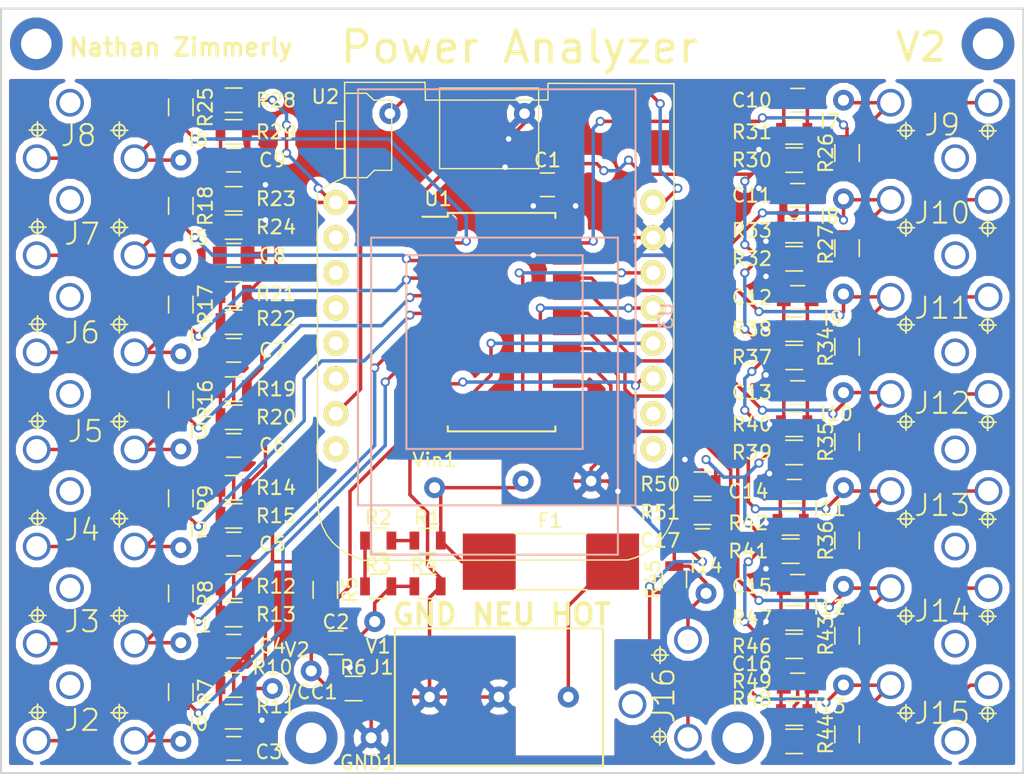
<source format=kicad_pcb>
(kicad_pcb (version 4) (host pcbnew 4.0.7)
  (layers (0 F.Cu signal) (31 B.Cu signal) (34 B.Paste user) (35 F.Paste user) (36 B.SilkS user) (37 F.SilkS user) (38 B.Mask user) (39 F.Mask user) (44 Edge.Cuts user))
  (net 0 "")
  (net 1 GND)
  (net 2 V0)
  (net 3 "Net-(C2-Pad2)")
  (net 4 Vin)
  (net 5 "Net-(F1-Pad2)")
  (net 6 "Net-(J2-Pad3)")
  (net 7 "Net-(J3-Pad3)")
  (net 8 "Net-(J4-Pad3)")
  (net 9 "Net-(J5-Pad3)")
  (net 10 "Net-(J6-Pad3)")
  (net 11 "Net-(J7-Pad3)")
  (net 12 "Net-(J8-Pad3)")
  (net 13 "Net-(J9-Pad3)")
  (net 14 "Net-(J10-Pad3)")
  (net 15 "Net-(J11-Pad3)")
  (net 16 "Net-(J12-Pad3)")
  (net 17 "Net-(J13-Pad3)")
  (net 18 "Net-(J14-Pad3)")
  (net 19 "Net-(J15-Pad3)")
  (net 20 A0)
  (net 21 VMCU)
  (net 22 D3)
  (net 23 D2)
  (net 24 D1)
  (net 25 I0)
  (net 26 I1)
  (net 27 I2)
  (net 28 I3)
  (net 29 I4)
  (net 30 I5)
  (net 31 I6)
  (net 32 I7)
  (net 33 I8)
  (net 34 I9)
  (net 35 I10)
  (net 36 I11)
  (net 37 I12)
  (net 38 I13)
  (net 39 I14)
  (net 40 D4)
  (net 41 +3V3)
  (net 42 "Net-(C3-Pad1)")
  (net 43 "Net-(C4-Pad1)")
  (net 44 "Net-(C5-Pad1)")
  (net 45 "Net-(C6-Pad1)")
  (net 46 "Net-(C7-Pad1)")
  (net 47 "Net-(C8-Pad1)")
  (net 48 "Net-(C9-Pad1)")
  (net 49 "Net-(C10-Pad1)")
  (net 50 "Net-(C11-Pad1)")
  (net 51 "Net-(C12-Pad1)")
  (net 52 "Net-(C13-Pad1)")
  (net 53 "Net-(C14-Pad1)")
  (net 54 "Net-(C15-Pad1)")
  (net 55 "Net-(C16-Pad1)")
  (net 56 "Net-(C17-Pad1)")
  (net 57 "Net-(J16-Pad3)")
  (net 58 "Net-(R1-Pad1)")
  (net 59 "Net-(R2-Pad1)")
  (net 60 "Net-(U2-Pad8)")
  (net 61 "Net-(U2-Pad7)")
  (net 62 "Net-(U2-Pad15)")
  (net 63 "Net-(U2-Pad14)")
  (net 64 "Net-(U2-Pad13)")
  (net 65 "Net-(U2-Pad12)")
  (net 66 "Net-(U2-Pad11)")
  (net 67 "Net-(U2-Pad9)")
  (module Capacitors_SMD:C_0805 (layer F.Cu) (at 56.642 89.916 180)
    (fp_text reference C1 (at 0 1.778 180) (layer F.SilkS))
    (fp_text value .01u)
    (pad 1 smd rect (at -1 0 180) (size 1 1.25) (layers F.Cu F.Paste F.Mask) (net 41 +3V3))
    (pad 2 smd rect (at 1 0 180) (size 1 1.25) (layers F.Cu F.Paste F.Mask) (net 1 GND))
  )
  (module Capacitors_SMD:C_0805 (layer F.Cu) (at 41.402 122.936)
    (fp_text reference C2 (at 0 -1.5) (layer F.SilkS))
    (fp_text value .1u)
    (pad 1 smd rect (at -1 0) (size 1 1.25) (layers F.Cu F.Paste F.Mask) (net 2 V0))
    (pad 2 smd rect (at 1 0) (size 1 1.25) (layers F.Cu F.Paste F.Mask) (net 3 "Net-(C2-Pad2)"))
  )
  (module Capacitors_SMD:C_0805 (layer F.Cu) (at 34.036 130.556)
    (fp_text reference C3 (at 2.54 0.254) (layer F.SilkS))
    (fp_text value 10u)
    (pad 1 smd rect (at -1 0) (size 1 1.25) (layers F.Cu F.Paste F.Mask) (net 42 "Net-(C3-Pad1)"))
    (pad 2 smd rect (at 1 0) (size 1 1.25) (layers F.Cu F.Paste F.Mask) (net 1 GND))
  )
  (module Capacitors_SMD:C_0805 (layer F.Cu) (at 34.036 123.19)
    (fp_text reference C4 (at 2.794 0) (layer F.SilkS))
    (fp_text value 10u)
    (pad 1 smd rect (at -1 0) (size 1 1.25) (layers F.Cu F.Paste F.Mask) (net 43 "Net-(C4-Pad1)"))
    (pad 2 smd rect (at 1 0) (size 1 1.25) (layers F.Cu F.Paste F.Mask) (net 1 GND))
  )
  (module Capacitors_SMD:C_0805 (layer F.Cu) (at 34.036 115.824)
    (fp_text reference C5 (at 2.794 0) (layer F.SilkS))
    (fp_text value 10u)
    (pad 1 smd rect (at -1 0) (size 1 1.25) (layers F.Cu F.Paste F.Mask) (net 44 "Net-(C5-Pad1)"))
    (pad 2 smd rect (at 1 0) (size 1 1.25) (layers F.Cu F.Paste F.Mask) (net 1 GND))
  )
  (module Capacitors_SMD:C_0805 (layer F.Cu) (at 34.036 108.712)
    (fp_text reference C6 (at 2.794 0) (layer F.SilkS))
    (fp_text value 10u)
    (pad 1 smd rect (at -1 0) (size 1 1.25) (layers F.Cu F.Paste F.Mask) (net 45 "Net-(C6-Pad1)"))
    (pad 2 smd rect (at 1 0) (size 1 1.25) (layers F.Cu F.Paste F.Mask) (net 1 GND))
  )
  (module Capacitors_SMD:C_0805 (layer F.Cu) (at 34.036 101.854)
    (fp_text reference C7 (at 2.794 0) (layer F.SilkS))
    (fp_text value 10u)
    (pad 1 smd rect (at -1 0) (size 1 1.25) (layers F.Cu F.Paste F.Mask) (net 46 "Net-(C7-Pad1)"))
    (pad 2 smd rect (at 1 0) (size 1 1.25) (layers F.Cu F.Paste F.Mask) (net 1 GND))
  )
  (module Capacitors_SMD:C_0805 (layer F.Cu) (at 34.036 94.996)
    (fp_text reference C8 (at 2.794 0) (layer F.SilkS))
    (fp_text value 10u)
    (pad 1 smd rect (at -1 0) (size 1 1.25) (layers F.Cu F.Paste F.Mask) (net 47 "Net-(C8-Pad1)"))
    (pad 2 smd rect (at 1 0) (size 1 1.25) (layers F.Cu F.Paste F.Mask) (net 1 GND))
  )
  (module Capacitors_SMD:C_0805 (layer F.Cu) (at 34.036 88.138)
    (fp_text reference C9 (at 2.794 0) (layer F.SilkS))
    (fp_text value 10u)
    (pad 1 smd rect (at -1 0) (size 1 1.25) (layers F.Cu F.Paste F.Mask) (net 48 "Net-(C9-Pad1)"))
    (pad 2 smd rect (at 1 0) (size 1 1.25) (layers F.Cu F.Paste F.Mask) (net 1 GND))
  )
  (module Capacitors_SMD:C_0805 (layer F.Cu) (at 74.676 83.82 180)
    (fp_text reference C10 (at 3.302 0 180) (layer F.SilkS))
    (fp_text value 10u)
    (pad 1 smd rect (at -1 0 180) (size 1 1.25) (layers F.Cu F.Paste F.Mask) (net 49 "Net-(C10-Pad1)"))
    (pad 2 smd rect (at 1 0 180) (size 1 1.25) (layers F.Cu F.Paste F.Mask) (net 1 GND))
  )
  (module Capacitors_SMD:C_0805 (layer F.Cu) (at 74.676 90.678 180)
    (fp_text reference C11 (at 3.302 0 180) (layer F.SilkS))
    (fp_text value 10u)
    (pad 1 smd rect (at -1 0 180) (size 1 1.25) (layers F.Cu F.Paste F.Mask) (net 50 "Net-(C11-Pad1)"))
    (pad 2 smd rect (at 1 0 180) (size 1 1.25) (layers F.Cu F.Paste F.Mask) (net 1 GND))
  )
  (module Capacitors_SMD:C_0805 (layer F.Cu) (at 74.676 98.044 180)
    (fp_text reference C12 (at 3.302 0 180) (layer F.SilkS))
    (fp_text value 10u)
    (pad 1 smd rect (at -1 0 180) (size 1 1.25) (layers F.Cu F.Paste F.Mask) (net 51 "Net-(C12-Pad1)"))
    (pad 2 smd rect (at 1 0 180) (size 1 1.25) (layers F.Cu F.Paste F.Mask) (net 1 GND))
  )
  (module Capacitors_SMD:C_0805 (layer F.Cu) (at 74.676 104.902 180)
    (fp_text reference C13 (at 3.302 0 180) (layer F.SilkS))
    (fp_text value 10u)
    (pad 1 smd rect (at -1 0 180) (size 1 1.25) (layers F.Cu F.Paste F.Mask) (net 52 "Net-(C13-Pad1)"))
    (pad 2 smd rect (at 1 0 180) (size 1 1.25) (layers F.Cu F.Paste F.Mask) (net 1 GND))
  )
  (module Capacitors_SMD:C_0805 (layer F.Cu) (at 74.422 112.014 180)
    (fp_text reference C14 (at 3.302 0 180) (layer F.SilkS))
    (fp_text value 10u)
    (pad 1 smd rect (at -1 0 180) (size 1 1.25) (layers F.Cu F.Paste F.Mask) (net 53 "Net-(C14-Pad1)"))
    (pad 2 smd rect (at 1 0 180) (size 1 1.25) (layers F.Cu F.Paste F.Mask) (net 1 GND))
  )
  (module Capacitors_SMD:C_0805 (layer F.Cu) (at 74.676 118.872 180)
    (fp_text reference C15 (at 3.302 0 180) (layer F.SilkS))
    (fp_text value 10u)
    (pad 1 smd rect (at -1 0 180) (size 1 1.25) (layers F.Cu F.Paste F.Mask) (net 54 "Net-(C15-Pad1)"))
    (pad 2 smd rect (at 1 0 180) (size 1 1.25) (layers F.Cu F.Paste F.Mask) (net 1 GND))
  )
  (module Capacitors_SMD:C_0805 (layer F.Cu) (at 74.676 125.984 180)
    (fp_text reference C16 (at 3.302 1.524 180) (layer F.SilkS))
    (fp_text value 10u)
    (pad 1 smd rect (at -1 0 180) (size 1 1.25) (layers F.Cu F.Paste F.Mask) (net 55 "Net-(C16-Pad1)"))
    (pad 2 smd rect (at 1 0 180) (size 1 1.25) (layers F.Cu F.Paste F.Mask) (net 1 GND))
  )
  (module Capacitors_SMD:C_0805 (layer F.Cu) (at 67.818 115.57)
    (fp_text reference C17 (at -3.048 0) (layer F.SilkS))
    (fp_text value 10u)
    (pad 1 smd rect (at -1 0) (size 1 1.25) (layers F.Cu F.Paste F.Mask) (net 56 "Net-(C17-Pad1)"))
    (pad 2 smd rect (at 1 0) (size 1 1.25) (layers F.Cu F.Paste F.Mask) (net 1 GND))
  )
  (module rev2Library:fuse-rev2 (layer F.Cu) (at 50.546 115.062)
    (fp_text reference F1 (at 6.28 -0.92) (layer F.SilkS))
    (fp_text value Fuse)
    (pad 1 smd rect (at 1.905 2.03) (size 3.81 4.06) (layers F.Cu F.Paste F.Mask) (net 4 Vin))
    (pad 2 smd rect (at 10.795 2.03) (size 3.81 4.06) (layers F.Cu F.Paste F.Mask) (net 5 "Net-(F1-Pad2)"))
  )
  (module Measurement_Points:Measurement_Point_Round-TH_Small (layer F.Cu) (at 43.942 129.794)
    (fp_text reference GND1 (at -0.254 1.778) (layer F.SilkS))
    (fp_text value TEST)
    (pad 1 thru_hole circle (at 0 0) (size 1.5 1.5) (drill 0.8) (layers *.Cu *.Mask) (net 1 GND))
  )
  (module "PCB Revision 1:CONN_TERM_BLOCK" (layer F.Cu) (at 50 120)
    (fp_text reference J1 (at -5.296 4.714) (layer F.SilkS))
    (fp_text value Conn_01x03)
    (pad 1 thru_hole circle (at -1.85 6.85) (size 1.524 1.524) (drill 0.762) (layers *.Cu *.Mask) (net 1 GND))
    (pad 2 thru_hole circle (at 3.15 6.85) (size 1.524 1.524) (drill 0.762) (layers *.Cu *.Mask) (net 1 GND))
    (pad 3 thru_hole circle (at 8.15 6.85) (size 1.524 1.524) (drill 0.762) (layers *.Cu *.Mask) (net 5 "Net-(F1-Pad2)"))
  )
  (module rev2Library:AUDIO-JACK-TRRS-SMD-2 (layer F.Cu) (at 17.794 128)
    (fp_text reference J2 (at 5.32 0.524) (layer F.SilkS))
    (fp_text value Jack-DC hide)
    (pad 3 thru_hole circle (at 4.45 -2) (size 2 2) (drill 1.5) (layers *.Cu *.Mask) (net 6 "Net-(J2-Pad3)"))
    (pad 2 thru_hole circle (at 2.05 2 180) (size 2 2) (drill 1.5) (layers *.Cu *.Mask) (net 42 "Net-(C3-Pad1)"))
    (pad 1 thru_hole circle (at 9.1 2) (size 2 2) (drill 1.5) (layers *.Cu *.Mask) (net 25 I0))
  )
  (module rev2Library:AUDIO-JACK-TRRS-SMD-2 (layer F.Cu) (at 17.794 121)
    (fp_text reference J3 (at 5.32 0.412) (layer F.SilkS))
    (fp_text value Jack-DC hide)
    (pad 3 thru_hole circle (at 4.45 -2) (size 2 2) (drill 1.5) (layers *.Cu *.Mask) (net 7 "Net-(J3-Pad3)"))
    (pad 2 thru_hole circle (at 2.05 2 180) (size 2 2) (drill 1.5) (layers *.Cu *.Mask) (net 43 "Net-(C4-Pad1)"))
    (pad 1 thru_hole circle (at 9.1 2) (size 2 2) (drill 1.5) (layers *.Cu *.Mask) (net 26 I1))
  )
  (module rev2Library:AUDIO-JACK-TRRS-SMD-2 (layer F.Cu) (at 17.794 114)
    (fp_text reference J4 (at 5.32 0.808) (layer F.SilkS))
    (fp_text value Jack-DC hide)
    (pad 3 thru_hole circle (at 4.45 -2) (size 2 2) (drill 1.5) (layers *.Cu *.Mask) (net 8 "Net-(J4-Pad3)"))
    (pad 2 thru_hole circle (at 2.05 2 180) (size 2 2) (drill 1.5) (layers *.Cu *.Mask) (net 44 "Net-(C5-Pad1)"))
    (pad 1 thru_hole circle (at 9.1 2) (size 2 2) (drill 1.5) (layers *.Cu *.Mask) (net 27 I2))
  )
  (module rev2Library:AUDIO-JACK-TRRS-SMD-2 (layer F.Cu) (at 17.794 107)
    (fp_text reference J5 (at 5.574 0.696) (layer F.SilkS))
    (fp_text value Jack-DC hide)
    (pad 3 thru_hole circle (at 4.45 -2) (size 2 2) (drill 1.5) (layers *.Cu *.Mask) (net 9 "Net-(J5-Pad3)"))
    (pad 2 thru_hole circle (at 2.05 2 180) (size 2 2) (drill 1.5) (layers *.Cu *.Mask) (net 45 "Net-(C6-Pad1)"))
    (pad 1 thru_hole circle (at 9.1 2) (size 2 2) (drill 1.5) (layers *.Cu *.Mask) (net 28 I3))
  )
  (module rev2Library:AUDIO-JACK-TRRS-SMD-2 (layer F.Cu) (at 17.794 100)
    (fp_text reference J6 (at 5.32 0.584) (layer F.SilkS))
    (fp_text value Jack-DC hide)
    (pad 3 thru_hole circle (at 4.45 -2) (size 2 2) (drill 1.5) (layers *.Cu *.Mask) (net 10 "Net-(J6-Pad3)"))
    (pad 2 thru_hole circle (at 2.05 2 180) (size 2 2) (drill 1.5) (layers *.Cu *.Mask) (net 46 "Net-(C7-Pad1)"))
    (pad 1 thru_hole circle (at 9.1 2) (size 2 2) (drill 1.5) (layers *.Cu *.Mask) (net 29 I4))
  )
  (module rev2Library:AUDIO-JACK-TRRS-SMD-2 (layer F.Cu) (at 17.794 93)
    (fp_text reference J7 (at 5.32 0.472) (layer F.SilkS))
    (fp_text value Jack-DC hide)
    (pad 3 thru_hole circle (at 4.45 -2) (size 2 2) (drill 1.5) (layers *.Cu *.Mask) (net 11 "Net-(J7-Pad3)"))
    (pad 2 thru_hole circle (at 2.05 2 180) (size 2 2) (drill 1.5) (layers *.Cu *.Mask) (net 47 "Net-(C8-Pad1)"))
    (pad 1 thru_hole circle (at 9.1 2) (size 2 2) (drill 1.5) (layers *.Cu *.Mask) (net 30 I5))
  )
  (module rev2Library:AUDIO-JACK-TRRS-SMD-2 (layer F.Cu) (at 17.794 86)
    (fp_text reference J8 (at 5.066 0.36) (layer F.SilkS))
    (fp_text value Jack-DC hide)
    (pad 3 thru_hole circle (at 4.45 -2) (size 2 2) (drill 1.5) (layers *.Cu *.Mask) (net 12 "Net-(J8-Pad3)"))
    (pad 2 thru_hole circle (at 2.05 2 180) (size 2 2) (drill 1.5) (layers *.Cu *.Mask) (net 48 "Net-(C9-Pad1)"))
    (pad 1 thru_hole circle (at 9.1 2) (size 2 2) (drill 1.5) (layers *.Cu *.Mask) (net 31 I6))
  )
  (module rev2Library:AUDIO-JACK-TRRS-SMD-2 (layer F.Cu) (at 90.476 86 180)
    (fp_text reference J9 (at 5.386 0.402 180) (layer F.SilkS))
    (fp_text value Jack-DC hide)
    (pad 3 thru_hole circle (at 4.45 -2 180) (size 2 2) (drill 1.5) (layers *.Cu *.Mask) (net 13 "Net-(J9-Pad3)"))
    (pad 2 thru_hole circle (at 2.05 2) (size 2 2) (drill 1.5) (layers *.Cu *.Mask) (net 49 "Net-(C10-Pad1)"))
    (pad 1 thru_hole circle (at 9.1 2 180) (size 2 2) (drill 1.5) (layers *.Cu *.Mask) (net 32 I7))
  )
  (module rev2Library:AUDIO-JACK-TRRS-SMD-2 (layer F.Cu) (at 90.476 93 180)
    (fp_text reference J10 (at 5.386 1.052 180) (layer F.SilkS))
    (fp_text value Jack-DC hide)
    (pad 3 thru_hole circle (at 4.45 -2 180) (size 2 2) (drill 1.5) (layers *.Cu *.Mask) (net 14 "Net-(J10-Pad3)"))
    (pad 2 thru_hole circle (at 2.05 2) (size 2 2) (drill 1.5) (layers *.Cu *.Mask) (net 50 "Net-(C11-Pad1)"))
    (pad 1 thru_hole circle (at 9.1 2 180) (size 2 2) (drill 1.5) (layers *.Cu *.Mask) (net 33 I8))
  )
  (module rev2Library:AUDIO-JACK-TRRS-SMD-2 (layer F.Cu) (at 90.476 100 180)
    (fp_text reference J11 (at 5.386 1.194 180) (layer F.SilkS))
    (fp_text value Jack-DC hide)
    (pad 3 thru_hole circle (at 4.45 -2 180) (size 2 2) (drill 1.5) (layers *.Cu *.Mask) (net 15 "Net-(J11-Pad3)"))
    (pad 2 thru_hole circle (at 2.05 2) (size 2 2) (drill 1.5) (layers *.Cu *.Mask) (net 51 "Net-(C12-Pad1)"))
    (pad 1 thru_hole circle (at 9.1 2 180) (size 2 2) (drill 1.5) (layers *.Cu *.Mask) (net 34 I9))
  )
  (module rev2Library:AUDIO-JACK-TRRS-SMD-2 (layer F.Cu) (at 90.476 107 180)
    (fp_text reference J12 (at 5.386 1.336 180) (layer F.SilkS))
    (fp_text value Jack-DC hide)
    (pad 3 thru_hole circle (at 4.45 -2 180) (size 2 2) (drill 1.5) (layers *.Cu *.Mask) (net 16 "Net-(J12-Pad3)"))
    (pad 2 thru_hole circle (at 2.05 2) (size 2 2) (drill 1.5) (layers *.Cu *.Mask) (net 52 "Net-(C13-Pad1)"))
    (pad 1 thru_hole circle (at 9.1 2 180) (size 2 2) (drill 1.5) (layers *.Cu *.Mask) (net 35 I10))
  )
  (module rev2Library:AUDIO-JACK-TRRS-SMD-2 (layer F.Cu) (at 90.476 114 180)
    (fp_text reference J13 (at 5.386 0.97 180) (layer F.SilkS))
    (fp_text value Jack-DC hide)
    (pad 3 thru_hole circle (at 4.45 -2 180) (size 2 2) (drill 1.5) (layers *.Cu *.Mask) (net 17 "Net-(J13-Pad3)"))
    (pad 2 thru_hole circle (at 2.05 2) (size 2 2) (drill 1.5) (layers *.Cu *.Mask) (net 53 "Net-(C14-Pad1)"))
    (pad 1 thru_hole circle (at 9.1 2 180) (size 2 2) (drill 1.5) (layers *.Cu *.Mask) (net 36 I11))
  )
  (module rev2Library:AUDIO-JACK-TRRS-SMD-2 (layer F.Cu) (at 90.476 121 180)
    (fp_text reference J14 (at 5.386 0.35 180) (layer F.SilkS))
    (fp_text value Jack-DC hide)
    (pad 3 thru_hole circle (at 4.45 -2 180) (size 2 2) (drill 1.5) (layers *.Cu *.Mask) (net 18 "Net-(J14-Pad3)"))
    (pad 2 thru_hole circle (at 2.05 2) (size 2 2) (drill 1.5) (layers *.Cu *.Mask) (net 54 "Net-(C15-Pad1)"))
    (pad 1 thru_hole circle (at 9.1 2 180) (size 2 2) (drill 1.5) (layers *.Cu *.Mask) (net 37 I12))
  )
  (module rev2Library:AUDIO-JACK-TRRS-SMD-2 (layer F.Cu) (at 90.476 128 180)
    (fp_text reference J15 (at 5.386 -0.016 180) (layer F.SilkS))
    (fp_text value Jack-DC hide)
    (pad 3 thru_hole circle (at 4.45 -2 180) (size 2 2) (drill 1.5) (layers *.Cu *.Mask) (net 19 "Net-(J15-Pad3)"))
    (pad 2 thru_hole circle (at 2.05 2) (size 2 2) (drill 1.5) (layers *.Cu *.Mask) (net 55 "Net-(C16-Pad1)"))
    (pad 1 thru_hole circle (at 9.1 2 180) (size 2 2) (drill 1.5) (layers *.Cu *.Mask) (net 38 I13))
  )
  (module rev2Library:AUDIO-JACK-TRRS-SMD-2 (layer F.Cu) (at 64.77 131.826 90)
    (fp_text reference J16 (at 5.08 0.254 90) (layer F.SilkS))
    (fp_text value Jack-DC hide)
    (pad 3 thru_hole circle (at 4.45 -2 90) (size 2 2) (drill 1.5) (layers *.Cu *.Mask) (net 57 "Net-(J16-Pad3)"))
    (pad 2 thru_hole circle (at 2.05 2 270) (size 2 2) (drill 1.5) (layers *.Cu *.Mask) (net 56 "Net-(C17-Pad1)"))
    (pad 1 thru_hole circle (at 9.1 2 90) (size 2 2) (drill 1.5) (layers *.Cu *.Mask) (net 39 I14))
  )
  (module Resistors_SMD:R_0805 (layer F.Cu) (at 48.006 115.57)
    (fp_text reference R1 (at 0 -1.65) (layer F.SilkS))
    (fp_text value 3.8k)
    (pad 1 smd rect (at -0.95 0) (size 0.7 1.3) (layers F.Cu F.Paste F.Mask) (net 58 "Net-(R1-Pad1)"))
    (pad 2 smd rect (at 0.95 0) (size 0.7 1.3) (layers F.Cu F.Paste F.Mask) (net 4 Vin))
  )
  (module Resistors_SMD:R_0805 (layer F.Cu) (at 44.45 115.57)
    (fp_text reference R2 (at 0 -1.65) (layer F.SilkS))
    (fp_text value 3.8k)
    (pad 1 smd rect (at -0.95 0) (size 0.7 1.3) (layers F.Cu F.Paste F.Mask) (net 59 "Net-(R2-Pad1)"))
    (pad 2 smd rect (at 0.95 0) (size 0.7 1.3) (layers F.Cu F.Paste F.Mask) (net 58 "Net-(R1-Pad1)"))
  )
  (module Resistors_SMD:R_0805 (layer F.Cu) (at 44.45 118.872 180)
    (fp_text reference R3 (at 0 1.524 180) (layer F.SilkS))
    (fp_text value 3.8k)
    (pad 1 smd rect (at -0.95 0 180) (size 0.7 1.3) (layers F.Cu F.Paste F.Mask) (net 3 "Net-(C2-Pad2)"))
    (pad 2 smd rect (at 0.95 0 180) (size 0.7 1.3) (layers F.Cu F.Paste F.Mask) (net 59 "Net-(R2-Pad1)"))
  )
  (module Resistors_SMD:R_0805 (layer F.Cu) (at 48.006 118.872)
    (fp_text reference R4 (at -0.254 -1.524) (layer F.SilkS))
    (fp_text value 101)
    (pad 1 smd rect (at -0.95 0) (size 0.7 1.3) (layers F.Cu F.Paste F.Mask) (net 3 "Net-(C2-Pad2)"))
    (pad 2 smd rect (at 0.95 0) (size 0.7 1.3) (layers F.Cu F.Paste F.Mask) (net 1 GND))
  )
  (module Resistors_SMD:R_0805 (layer F.Cu) (at 40.64 119.126 270)
    (fp_text reference R5 (at 0 -1.778 270) (layer F.SilkS))
    (fp_text value 50k)
    (pad 1 smd rect (at -0.95 0 270) (size 0.7 1.3) (layers F.Cu F.Paste F.Mask) (net 41 +3V3))
    (pad 2 smd rect (at 0.95 0 270) (size 0.7 1.3) (layers F.Cu F.Paste F.Mask) (net 2 V0))
  )
  (module Resistors_SMD:R_0805 (layer F.Cu) (at 42.672 126.238)
    (fp_text reference R6 (at 0 -1.524) (layer F.SilkS))
    (fp_text value 50k)
    (pad 1 smd rect (at -0.95 0) (size 0.7 1.3) (layers F.Cu F.Paste F.Mask) (net 2 V0))
    (pad 2 smd rect (at 0.95 0) (size 0.7 1.3) (layers F.Cu F.Paste F.Mask) (net 1 GND))
  )
  (module Resistors_SMD:R_0805 (layer F.Cu) (at 30.226 126.492 90)
    (fp_text reference R7 (at 0 1.778 90) (layer F.SilkS))
    (fp_text value 42.4)
    (pad 1 smd rect (at -0.95 0 90) (size 0.7 1.3) (layers F.Cu F.Paste F.Mask) (net 25 I0))
    (pad 2 smd rect (at 0.95 0 90) (size 0.7 1.3) (layers F.Cu F.Paste F.Mask) (net 42 "Net-(C3-Pad1)"))
  )
  (module Resistors_SMD:R_0805 (layer F.Cu) (at 30.226 119.38 90)
    (fp_text reference R8 (at 0 1.778 90) (layer F.SilkS))
    (fp_text value 42.4)
    (pad 1 smd rect (at -0.95 0 90) (size 0.7 1.3) (layers F.Cu F.Paste F.Mask) (net 26 I1))
    (pad 2 smd rect (at 0.95 0 90) (size 0.7 1.3) (layers F.Cu F.Paste F.Mask) (net 43 "Net-(C4-Pad1)"))
  )
  (module Resistors_SMD:R_0805 (layer F.Cu) (at 30.226 112.522 90)
    (fp_text reference R9 (at 0 1.778 90) (layer F.SilkS))
    (fp_text value 42.4)
    (pad 1 smd rect (at -0.95 0 90) (size 0.7 1.3) (layers F.Cu F.Paste F.Mask) (net 27 I2))
    (pad 2 smd rect (at 0.95 0 90) (size 0.7 1.3) (layers F.Cu F.Paste F.Mask) (net 44 "Net-(C5-Pad1)"))
  )
  (module Resistors_SMD:R_0805 (layer F.Cu) (at 34.036 125.984 180)
    (fp_text reference R10 (at -2.794 1.27 180) (layer F.SilkS))
    (fp_text value 100k)
    (pad 1 smd rect (at -0.95 0 180) (size 0.7 1.3) (layers F.Cu F.Paste F.Mask) (net 41 +3V3))
    (pad 2 smd rect (at 0.95 0 180) (size 0.7 1.3) (layers F.Cu F.Paste F.Mask) (net 42 "Net-(C3-Pad1)"))
  )
  (module Resistors_SMD:R_0805 (layer F.Cu) (at 34.036 128.27)
    (fp_text reference R11 (at 3.048 -0.762) (layer F.SilkS))
    (fp_text value 83.3k)
    (pad 1 smd rect (at -0.95 0) (size 0.7 1.3) (layers F.Cu F.Paste F.Mask) (net 42 "Net-(C3-Pad1)"))
    (pad 2 smd rect (at 0.95 0) (size 0.7 1.3) (layers F.Cu F.Paste F.Mask) (net 1 GND))
  )
  (module Resistors_SMD:R_0805 (layer F.Cu) (at 34.036 118.872 180)
    (fp_text reference R12 (at -3.048 0 180) (layer F.SilkS))
    (fp_text value 100k)
    (pad 1 smd rect (at -0.95 0 180) (size 0.7 1.3) (layers F.Cu F.Paste F.Mask) (net 41 +3V3))
    (pad 2 smd rect (at 0.95 0 180) (size 0.7 1.3) (layers F.Cu F.Paste F.Mask) (net 43 "Net-(C4-Pad1)"))
  )
  (module Resistors_SMD:R_0805 (layer F.Cu) (at 34.036 120.904)
    (fp_text reference R13 (at 3.048 0) (layer F.SilkS))
    (fp_text value 83.3k)
    (pad 1 smd rect (at -0.95 0) (size 0.7 1.3) (layers F.Cu F.Paste F.Mask) (net 43 "Net-(C4-Pad1)"))
    (pad 2 smd rect (at 0.95 0) (size 0.7 1.3) (layers F.Cu F.Paste F.Mask) (net 1 GND))
  )
  (module Resistors_SMD:R_0805 (layer F.Cu) (at 34.036 111.76 180)
    (fp_text reference R14 (at -3.048 0 180) (layer F.SilkS))
    (fp_text value 100k)
    (pad 1 smd rect (at -0.95 0 180) (size 0.7 1.3) (layers F.Cu F.Paste F.Mask) (net 41 +3V3))
    (pad 2 smd rect (at 0.95 0 180) (size 0.7 1.3) (layers F.Cu F.Paste F.Mask) (net 44 "Net-(C5-Pad1)"))
  )
  (module Resistors_SMD:R_0805 (layer F.Cu) (at 34.036 113.792)
    (fp_text reference R15 (at 3.048 0) (layer F.SilkS))
    (fp_text value 83.3k)
    (pad 1 smd rect (at -0.95 0) (size 0.7 1.3) (layers F.Cu F.Paste F.Mask) (net 44 "Net-(C5-Pad1)"))
    (pad 2 smd rect (at 0.95 0) (size 0.7 1.3) (layers F.Cu F.Paste F.Mask) (net 1 GND))
  )
  (module Resistors_SMD:R_0805 (layer F.Cu) (at 30.226 105.41 90)
    (fp_text reference R16 (at 0 1.778 90) (layer F.SilkS))
    (fp_text value 42.4)
    (pad 1 smd rect (at -0.95 0 90) (size 0.7 1.3) (layers F.Cu F.Paste F.Mask) (net 28 I3))
    (pad 2 smd rect (at 0.95 0 90) (size 0.7 1.3) (layers F.Cu F.Paste F.Mask) (net 45 "Net-(C6-Pad1)"))
  )
  (module Resistors_SMD:R_0805 (layer F.Cu) (at 30.226 98.552 90)
    (fp_text reference R17 (at 0 1.778 90) (layer F.SilkS))
    (fp_text value 42.4)
    (pad 1 smd rect (at -0.95 0 90) (size 0.7 1.3) (layers F.Cu F.Paste F.Mask) (net 29 I4))
    (pad 2 smd rect (at 0.95 0 90) (size 0.7 1.3) (layers F.Cu F.Paste F.Mask) (net 46 "Net-(C7-Pad1)"))
  )
  (module Resistors_SMD:R_0805 (layer F.Cu) (at 30.226 91.44 90)
    (fp_text reference R18 (at 0 1.778 90) (layer F.SilkS))
    (fp_text value 42.4)
    (pad 1 smd rect (at -0.95 0 90) (size 0.7 1.3) (layers F.Cu F.Paste F.Mask) (net 30 I5))
    (pad 2 smd rect (at 0.95 0 90) (size 0.7 1.3) (layers F.Cu F.Paste F.Mask) (net 47 "Net-(C8-Pad1)"))
  )
  (module Resistors_SMD:R_0805 (layer F.Cu) (at 34.036 104.648 180)
    (fp_text reference R19 (at -3.048 0 180) (layer F.SilkS))
    (fp_text value 100k)
    (pad 1 smd rect (at -0.95 0 180) (size 0.7 1.3) (layers F.Cu F.Paste F.Mask) (net 41 +3V3))
    (pad 2 smd rect (at 0.95 0 180) (size 0.7 1.3) (layers F.Cu F.Paste F.Mask) (net 45 "Net-(C6-Pad1)"))
  )
  (module Resistors_SMD:R_0805 (layer F.Cu) (at 34.036 106.68)
    (fp_text reference R20 (at 3.048 0) (layer F.SilkS))
    (fp_text value 83.3k)
    (pad 1 smd rect (at -0.95 0) (size 0.7 1.3) (layers F.Cu F.Paste F.Mask) (net 45 "Net-(C6-Pad1)"))
    (pad 2 smd rect (at 0.95 0) (size 0.7 1.3) (layers F.Cu F.Paste F.Mask) (net 1 GND))
  )
  (module Resistors_SMD:R_0805 (layer F.Cu) (at 34.036 97.79 180)
    (fp_text reference R21 (at -3.048 0 180) (layer F.SilkS))
    (fp_text value 100k)
    (pad 1 smd rect (at -0.95 0 180) (size 0.7 1.3) (layers F.Cu F.Paste F.Mask) (net 41 +3V3))
    (pad 2 smd rect (at 0.95 0 180) (size 0.7 1.3) (layers F.Cu F.Paste F.Mask) (net 46 "Net-(C7-Pad1)"))
  )
  (module Resistors_SMD:R_0805 (layer F.Cu) (at 34.036 99.822)
    (fp_text reference R22 (at 3.048 -0.254) (layer F.SilkS))
    (fp_text value 83.3k)
    (pad 1 smd rect (at -0.95 0) (size 0.7 1.3) (layers F.Cu F.Paste F.Mask) (net 46 "Net-(C7-Pad1)"))
    (pad 2 smd rect (at 0.95 0) (size 0.7 1.3) (layers F.Cu F.Paste F.Mask) (net 1 GND))
  )
  (module Resistors_SMD:R_0805 (layer F.Cu) (at 34.036 90.932 180)
    (fp_text reference R23 (at -3.048 0 180) (layer F.SilkS))
    (fp_text value 100k)
    (pad 1 smd rect (at -0.95 0 180) (size 0.7 1.3) (layers F.Cu F.Paste F.Mask) (net 41 +3V3))
    (pad 2 smd rect (at 0.95 0 180) (size 0.7 1.3) (layers F.Cu F.Paste F.Mask) (net 47 "Net-(C8-Pad1)"))
  )
  (module Resistors_SMD:R_0805 (layer F.Cu) (at 34.036 92.964)
    (fp_text reference R24 (at 3.048 0) (layer F.SilkS))
    (fp_text value 83.3k)
    (pad 1 smd rect (at -0.95 0) (size 0.7 1.3) (layers F.Cu F.Paste F.Mask) (net 47 "Net-(C8-Pad1)"))
    (pad 2 smd rect (at 0.95 0) (size 0.7 1.3) (layers F.Cu F.Paste F.Mask) (net 1 GND))
  )
  (module Resistors_SMD:R_0805 (layer F.Cu) (at 30.226 84.328 90)
    (fp_text reference R25 (at 0 1.778 90) (layer F.SilkS))
    (fp_text value 42.4)
    (pad 1 smd rect (at -0.95 0 90) (size 0.7 1.3) (layers F.Cu F.Paste F.Mask) (net 31 I6))
    (pad 2 smd rect (at 0.95 0 90) (size 0.7 1.3) (layers F.Cu F.Paste F.Mask) (net 48 "Net-(C9-Pad1)"))
  )
  (module Resistors_SMD:R_0805 (layer F.Cu) (at 78.232 87.63 270)
    (fp_text reference R26 (at 0 1.524 270) (layer F.SilkS))
    (fp_text value 42.4)
    (pad 1 smd rect (at -0.95 0 270) (size 0.7 1.3) (layers F.Cu F.Paste F.Mask) (net 32 I7))
    (pad 2 smd rect (at 0.95 0 270) (size 0.7 1.3) (layers F.Cu F.Paste F.Mask) (net 49 "Net-(C10-Pad1)"))
  )
  (module Resistors_SMD:R_0805 (layer F.Cu) (at 78.232 94.488 270)
    (fp_text reference R27 (at -0.254 1.524 270) (layer F.SilkS))
    (fp_text value 42.4)
    (pad 1 smd rect (at -0.95 0 270) (size 0.7 1.3) (layers F.Cu F.Paste F.Mask) (net 33 I8))
    (pad 2 smd rect (at 0.95 0 270) (size 0.7 1.3) (layers F.Cu F.Paste F.Mask) (net 50 "Net-(C11-Pad1)"))
  )
  (module Resistors_SMD:R_0805 (layer F.Cu) (at 34.036 83.82 180)
    (fp_text reference R28 (at -3.048 0 180) (layer F.SilkS))
    (fp_text value 100k)
    (pad 1 smd rect (at -0.95 0 180) (size 0.7 1.3) (layers F.Cu F.Paste F.Mask) (net 41 +3V3))
    (pad 2 smd rect (at 0.95 0 180) (size 0.7 1.3) (layers F.Cu F.Paste F.Mask) (net 48 "Net-(C9-Pad1)"))
  )
  (module Resistors_SMD:R_0805 (layer F.Cu) (at 34.036 86.106)
    (fp_text reference R29 (at 3.048 0) (layer F.SilkS))
    (fp_text value 83.3k)
    (pad 1 smd rect (at -0.95 0) (size 0.7 1.3) (layers F.Cu F.Paste F.Mask) (net 48 "Net-(C9-Pad1)"))
    (pad 2 smd rect (at 0.95 0) (size 0.7 1.3) (layers F.Cu F.Paste F.Mask) (net 1 GND))
  )
  (module Resistors_SMD:R_0805 (layer F.Cu) (at 74.422 88.138)
    (fp_text reference R30 (at -3.048 0) (layer F.SilkS))
    (fp_text value 100k)
    (pad 1 smd rect (at -0.95 0) (size 0.7 1.3) (layers F.Cu F.Paste F.Mask) (net 41 +3V3))
    (pad 2 smd rect (at 0.95 0) (size 0.7 1.3) (layers F.Cu F.Paste F.Mask) (net 49 "Net-(C10-Pad1)"))
  )
  (module Resistors_SMD:R_0805 (layer F.Cu) (at 74.422 86.106 180)
    (fp_text reference R31 (at 3.048 0 180) (layer F.SilkS))
    (fp_text value 83.3k)
    (pad 1 smd rect (at -0.95 0 180) (size 0.7 1.3) (layers F.Cu F.Paste F.Mask) (net 49 "Net-(C10-Pad1)"))
    (pad 2 smd rect (at 0.95 0 180) (size 0.7 1.3) (layers F.Cu F.Paste F.Mask) (net 1 GND))
  )
  (module Resistors_SMD:R_0805 (layer F.Cu) (at 74.422 95.25)
    (fp_text reference R32 (at -3.048 0) (layer F.SilkS))
    (fp_text value 100k)
    (pad 1 smd rect (at -0.95 0) (size 0.7 1.3) (layers F.Cu F.Paste F.Mask) (net 41 +3V3))
    (pad 2 smd rect (at 0.95 0) (size 0.7 1.3) (layers F.Cu F.Paste F.Mask) (net 50 "Net-(C11-Pad1)"))
  )
  (module Resistors_SMD:R_0805 (layer F.Cu) (at 74.422 93.218 180)
    (fp_text reference R33 (at 3.048 0 180) (layer F.SilkS))
    (fp_text value 83.3k)
    (pad 1 smd rect (at -0.95 0 180) (size 0.7 1.3) (layers F.Cu F.Paste F.Mask) (net 50 "Net-(C11-Pad1)"))
    (pad 2 smd rect (at 0.95 0 180) (size 0.7 1.3) (layers F.Cu F.Paste F.Mask) (net 1 GND))
  )
  (module Resistors_SMD:R_0805 (layer F.Cu) (at 78.232 101.6 270)
    (fp_text reference R34 (at 0 1.524 270) (layer F.SilkS))
    (fp_text value 42.4)
    (pad 1 smd rect (at -0.95 0 270) (size 0.7 1.3) (layers F.Cu F.Paste F.Mask) (net 34 I9))
    (pad 2 smd rect (at 0.95 0 270) (size 0.7 1.3) (layers F.Cu F.Paste F.Mask) (net 51 "Net-(C12-Pad1)"))
  )
  (module Resistors_SMD:R_0805 (layer F.Cu) (at 78.232 108.458 270)
    (fp_text reference R35 (at 0 1.524 270) (layer F.SilkS))
    (fp_text value 42.4)
    (pad 1 smd rect (at -0.95 0 270) (size 0.7 1.3) (layers F.Cu F.Paste F.Mask) (net 35 I10))
    (pad 2 smd rect (at 0.95 0 270) (size 0.7 1.3) (layers F.Cu F.Paste F.Mask) (net 52 "Net-(C13-Pad1)"))
  )
  (module Resistors_SMD:R_0805 (layer F.Cu) (at 78.232 115.57 270)
    (fp_text reference R36 (at 0 1.524 270) (layer F.SilkS))
    (fp_text value 42.4)
    (pad 1 smd rect (at -0.95 0 270) (size 0.7 1.3) (layers F.Cu F.Paste F.Mask) (net 36 I11))
    (pad 2 smd rect (at 0.95 0 270) (size 0.7 1.3) (layers F.Cu F.Paste F.Mask) (net 53 "Net-(C14-Pad1)"))
  )
  (module Resistors_SMD:R_0805 (layer F.Cu) (at 74.422 102.362)
    (fp_text reference R37 (at -3.048 0) (layer F.SilkS))
    (fp_text value 100k)
    (pad 1 smd rect (at -0.95 0) (size 0.7 1.3) (layers F.Cu F.Paste F.Mask) (net 41 +3V3))
    (pad 2 smd rect (at 0.95 0) (size 0.7 1.3) (layers F.Cu F.Paste F.Mask) (net 51 "Net-(C12-Pad1)"))
  )
  (module Resistors_SMD:R_0805 (layer F.Cu) (at 74.422 100.33 180)
    (fp_text reference R38 (at 3.048 0 180) (layer F.SilkS))
    (fp_text value 83.3k)
    (pad 1 smd rect (at -0.95 0 180) (size 0.7 1.3) (layers F.Cu F.Paste F.Mask) (net 51 "Net-(C12-Pad1)"))
    (pad 2 smd rect (at 0.95 0 180) (size 0.7 1.3) (layers F.Cu F.Paste F.Mask) (net 1 GND))
  )
  (module Resistors_SMD:R_0805 (layer F.Cu) (at 74.422 109.22)
    (fp_text reference R39 (at -3.048 0) (layer F.SilkS))
    (fp_text value 100k)
    (pad 1 smd rect (at -0.95 0) (size 0.7 1.3) (layers F.Cu F.Paste F.Mask) (net 41 +3V3))
    (pad 2 smd rect (at 0.95 0) (size 0.7 1.3) (layers F.Cu F.Paste F.Mask) (net 52 "Net-(C13-Pad1)"))
  )
  (module Resistors_SMD:R_0805 (layer F.Cu) (at 74.422 107.188 180)
    (fp_text reference R40 (at 3.048 0 180) (layer F.SilkS))
    (fp_text value 83.3k)
    (pad 1 smd rect (at -0.95 0 180) (size 0.7 1.3) (layers F.Cu F.Paste F.Mask) (net 52 "Net-(C13-Pad1)"))
    (pad 2 smd rect (at 0.95 0 180) (size 0.7 1.3) (layers F.Cu F.Paste F.Mask) (net 1 GND))
  )
  (module Resistors_SMD:R_0805 (layer F.Cu) (at 74.168 116.332)
    (fp_text reference R41 (at -3.048 0) (layer F.SilkS))
    (fp_text value 100k)
    (pad 1 smd rect (at -0.95 0) (size 0.7 1.3) (layers F.Cu F.Paste F.Mask) (net 41 +3V3))
    (pad 2 smd rect (at 0.95 0) (size 0.7 1.3) (layers F.Cu F.Paste F.Mask) (net 53 "Net-(C14-Pad1)"))
  )
  (module Resistors_SMD:R_0805 (layer F.Cu) (at 74.168 114.3 180)
    (fp_text reference R42 (at 3.048 0 180) (layer F.SilkS))
    (fp_text value 83.3k)
    (pad 1 smd rect (at -0.95 0 180) (size 0.7 1.3) (layers F.Cu F.Paste F.Mask) (net 53 "Net-(C14-Pad1)"))
    (pad 2 smd rect (at 0.95 0 180) (size 0.7 1.3) (layers F.Cu F.Paste F.Mask) (net 1 GND))
  )
  (module Resistors_SMD:R_0805 (layer F.Cu) (at 78.232 122.428 270)
    (fp_text reference R43 (at 0 1.524 270) (layer F.SilkS))
    (fp_text value 42.4)
    (pad 1 smd rect (at -0.95 0 270) (size 0.7 1.3) (layers F.Cu F.Paste F.Mask) (net 37 I12))
    (pad 2 smd rect (at 0.95 0 270) (size 0.7 1.3) (layers F.Cu F.Paste F.Mask) (net 54 "Net-(C15-Pad1)"))
  )
  (module Resistors_SMD:R_0805 (layer F.Cu) (at 78.232 129.54 270)
    (fp_text reference R44 (at 0 1.524 270) (layer F.SilkS))
    (fp_text value 42.4)
    (pad 1 smd rect (at -0.95 0 270) (size 0.7 1.3) (layers F.Cu F.Paste F.Mask) (net 38 I13))
    (pad 2 smd rect (at 0.95 0 270) (size 0.7 1.3) (layers F.Cu F.Paste F.Mask) (net 55 "Net-(C16-Pad1)"))
  )
  (module Resistors_SMD:R_0805 (layer F.Cu) (at 65.786 118.364 270)
    (fp_text reference R45 (at 0 1.524 270) (layer F.SilkS))
    (fp_text value 42.4)
    (pad 1 smd rect (at -0.95 0 270) (size 0.7 1.3) (layers F.Cu F.Paste F.Mask) (net 39 I14))
    (pad 2 smd rect (at 0.95 0 270) (size 0.7 1.3) (layers F.Cu F.Paste F.Mask) (net 56 "Net-(C17-Pad1)"))
  )
  (module Resistors_SMD:R_0805 (layer F.Cu) (at 74.422 123.19)
    (fp_text reference R46 (at -3.048 0) (layer F.SilkS))
    (fp_text value 100k)
    (pad 1 smd rect (at -0.95 0) (size 0.7 1.3) (layers F.Cu F.Paste F.Mask) (net 41 +3V3))
    (pad 2 smd rect (at 0.95 0) (size 0.7 1.3) (layers F.Cu F.Paste F.Mask) (net 54 "Net-(C15-Pad1)"))
  )
  (module Resistors_SMD:R_0805 (layer F.Cu) (at 74.422 121.158 180)
    (fp_text reference R47 (at 3.048 0 180) (layer F.SilkS))
    (fp_text value 83.3k)
    (pad 1 smd rect (at -0.95 0 180) (size 0.7 1.3) (layers F.Cu F.Paste F.Mask) (net 54 "Net-(C15-Pad1)"))
    (pad 2 smd rect (at 0.95 0 180) (size 0.7 1.3) (layers F.Cu F.Paste F.Mask) (net 1 GND))
  )
  (module Resistors_SMD:R_0805 (layer F.Cu) (at 74.422 130.048)
    (fp_text reference R48 (at -3.048 -3.048) (layer F.SilkS))
    (fp_text value 100k)
    (pad 1 smd rect (at -0.95 0) (size 0.7 1.3) (layers F.Cu F.Paste F.Mask) (net 41 +3V3))
    (pad 2 smd rect (at 0.95 0) (size 0.7 1.3) (layers F.Cu F.Paste F.Mask) (net 55 "Net-(C16-Pad1)"))
  )
  (module Resistors_SMD:R_0805 (layer F.Cu) (at 74.422 128.016 180)
    (fp_text reference R49 (at 3.048 2.286 180) (layer F.SilkS))
    (fp_text value 83.3k)
    (pad 1 smd rect (at -0.95 0 180) (size 0.7 1.3) (layers F.Cu F.Paste F.Mask) (net 55 "Net-(C16-Pad1)"))
    (pad 2 smd rect (at 0.95 0 180) (size 0.7 1.3) (layers F.Cu F.Paste F.Mask) (net 1 GND))
  )
  (module Resistors_SMD:R_0805 (layer F.Cu) (at 67.818 111.506 180)
    (fp_text reference R50 (at 3.048 0 180) (layer F.SilkS))
    (fp_text value 100k)
    (pad 1 smd rect (at -0.95 0 180) (size 0.7 1.3) (layers F.Cu F.Paste F.Mask) (net 41 +3V3))
    (pad 2 smd rect (at 0.95 0 180) (size 0.7 1.3) (layers F.Cu F.Paste F.Mask) (net 56 "Net-(C17-Pad1)"))
  )
  (module Resistors_SMD:R_0805 (layer F.Cu) (at 67.818 113.538)
    (fp_text reference R51 (at -3.048 0) (layer F.SilkS))
    (fp_text value 83.3k)
    (pad 1 smd rect (at -0.95 0) (size 0.7 1.3) (layers F.Cu F.Paste F.Mask) (net 56 "Net-(C17-Pad1)"))
    (pad 2 smd rect (at 0.95 0) (size 0.7 1.3) (layers F.Cu F.Paste F.Mask) (net 1 GND))
  )
  (module Housings_SOIC:SOIC-24W_7.5x15.4mm_Pitch1.27mm (layer F.Cu) (at 53.34 99.822)
    (fp_text reference U1 (at -4.572 -8.89) (layer F.SilkS))
    (fp_text value CD74HC4067SM96G4)
    (pad 1 smd rect (at -4.7 -6.985) (size 2 0.6) (layers F.Cu F.Paste F.Mask) (net 20 A0))
    (pad 2 smd rect (at -4.7 -5.715) (size 2 0.6) (layers F.Cu F.Paste F.Mask) (net 31 I6))
    (pad 3 smd rect (at -4.7 -4.445) (size 2 0.6) (layers F.Cu F.Paste F.Mask) (net 30 I5))
    (pad 4 smd rect (at -4.7 -3.175) (size 2 0.6) (layers F.Cu F.Paste F.Mask) (net 29 I4))
    (pad 5 smd rect (at -4.7 -1.905) (size 2 0.6) (layers F.Cu F.Paste F.Mask) (net 28 I3))
    (pad 6 smd rect (at -4.7 -0.635) (size 2 0.6) (layers F.Cu F.Paste F.Mask) (net 27 I2))
    (pad 7 smd rect (at -4.7 0.635) (size 2 0.6) (layers F.Cu F.Paste F.Mask) (net 26 I1))
    (pad 8 smd rect (at -4.7 1.905) (size 2 0.6) (layers F.Cu F.Paste F.Mask) (net 25 I0))
    (pad 9 smd rect (at -4.7 3.175) (size 2 0.6) (layers F.Cu F.Paste F.Mask) (net 2 V0))
    (pad 10 smd rect (at -4.7 4.445) (size 2 0.6) (layers F.Cu F.Paste F.Mask) (net 24 D1))
    (pad 11 smd rect (at -4.7 5.715) (size 2 0.6) (layers F.Cu F.Paste F.Mask) (net 23 D2))
    (pad 12 smd rect (at -4.7 6.985) (size 2 0.6) (layers F.Cu F.Paste F.Mask) (net 1 GND))
    (pad 13 smd rect (at 4.7 6.985) (size 2 0.6) (layers F.Cu F.Paste F.Mask) (net 40 D4))
    (pad 14 smd rect (at 4.7 5.715) (size 2 0.6) (layers F.Cu F.Paste F.Mask) (net 22 D3))
    (pad 15 smd rect (at 4.7 4.445) (size 2 0.6) (layers F.Cu F.Paste F.Mask) (net 1 GND))
    (pad 16 smd rect (at 4.7 3.175) (size 2 0.6) (layers F.Cu F.Paste F.Mask) (net 39 I14))
    (pad 17 smd rect (at 4.7 1.905) (size 2 0.6) (layers F.Cu F.Paste F.Mask) (net 38 I13))
    (pad 18 smd rect (at 4.7 0.635) (size 2 0.6) (layers F.Cu F.Paste F.Mask) (net 37 I12))
    (pad 19 smd rect (at 4.7 -0.635) (size 2 0.6) (layers F.Cu F.Paste F.Mask) (net 36 I11))
    (pad 20 smd rect (at 4.7 -1.905) (size 2 0.6) (layers F.Cu F.Paste F.Mask) (net 35 I10))
    (pad 21 smd rect (at 4.7 -3.175) (size 2 0.6) (layers F.Cu F.Paste F.Mask) (net 34 I9))
    (pad 22 smd rect (at 4.7 -4.445) (size 2 0.6) (layers F.Cu F.Paste F.Mask) (net 33 I8))
    (pad 23 smd rect (at 4.7 -5.715) (size 2 0.6) (layers F.Cu F.Paste F.Mask) (net 32 I7))
    (pad 24 smd rect (at 4.7 -6.985) (size 2 0.6) (layers F.Cu F.Paste F.Mask) (net 41 +3V3))
  )
  (module wemos_d1_mini:D1_mini_board (layer F.Cu) (at 52.832 98.806 180)
    (fp_text reference U2 (at 12.192 15.24 180) (layer F.SilkS))
    (fp_text value WeMos_mini)
    (fp_text user "" (at 4.572 11.176 180) (layer F.SilkS) (effects (font (size 3 3))))
    (pad 8 thru_hole circle (at -11.43 -10.16 180) (size 1.8 1.8) (drill 1.016) (layers *.Cu *.Mask F.SilkS) (net 60 "Net-(U2-Pad8)"))
    (pad 7 thru_hole circle (at -11.43 -7.62 180) (size 1.8 1.8) (drill 1.016) (layers *.Cu *.Mask F.SilkS) (net 61 "Net-(U2-Pad7)"))
    (pad 6 thru_hole circle (at -11.43 -5.08 180) (size 1.8 1.8) (drill 1.016) (layers *.Cu *.Mask F.SilkS) (net 24 D1))
    (pad 5 thru_hole circle (at -11.43 -2.54 180) (size 1.8 1.8) (drill 1.016) (layers *.Cu *.Mask F.SilkS) (net 23 D2))
    (pad 4 thru_hole circle (at -11.43 0 180) (size 1.8 1.8) (drill 1.016) (layers *.Cu *.Mask F.SilkS) (net 22 D3))
    (pad 3 thru_hole circle (at -11.43 2.54 180) (size 1.8 1.8) (drill 1.016) (layers *.Cu *.Mask F.SilkS) (net 40 D4))
    (pad 2 thru_hole circle (at -11.43 5.08 180) (size 1.8 1.8) (drill 1.016) (layers *.Cu *.Mask F.SilkS) (net 1 GND))
    (pad 1 thru_hole circle (at -11.43 7.62 180) (size 1.8 1.8) (drill 1.016) (layers *.Cu *.Mask F.SilkS) (net 21 VMCU))
    (pad 16 thru_hole circle (at 11.43 7.62 180) (size 1.8 1.8) (drill 1.016) (layers *.Cu *.Mask F.SilkS) (net 41 +3V3))
    (pad 15 thru_hole circle (at 11.43 5.08 180) (size 1.8 1.8) (drill 1.016) (layers *.Cu *.Mask F.SilkS) (net 62 "Net-(U2-Pad15)"))
    (pad 14 thru_hole circle (at 11.43 2.54 180) (size 1.8 1.8) (drill 1.016) (layers *.Cu *.Mask F.SilkS) (net 63 "Net-(U2-Pad14)"))
    (pad 13 thru_hole circle (at 11.43 0 180) (size 1.8 1.8) (drill 1.016) (layers *.Cu *.Mask F.SilkS) (net 64 "Net-(U2-Pad13)"))
    (pad 12 thru_hole circle (at 11.43 -2.54 180) (size 1.8 1.8) (drill 1.016) (layers *.Cu *.Mask F.SilkS) (net 65 "Net-(U2-Pad12)"))
    (pad 11 thru_hole circle (at 11.43 -5.08 180) (size 1.8 1.8) (drill 1.016) (layers *.Cu *.Mask F.SilkS) (net 66 "Net-(U2-Pad11)"))
    (pad 10 thru_hole circle (at 11.43 -7.62 180) (size 1.8 1.8) (drill 1.016) (layers *.Cu *.Mask F.SilkS) (net 20 A0))
    (pad 9 thru_hole circle (at 11.43 -10.16 180) (size 1.8 1.8) (drill 1.016) (layers *.Cu *.Mask F.SilkS) (net 67 "Net-(U2-Pad9)"))
  )
  (module Measurement_Points:Measurement_Point_Round-TH_Small (layer F.Cu) (at 44.196 121.412)
    (fp_text reference V1 (at 0.254 1.778) (layer F.SilkS))
    (fp_text value TEST)
    (pad 1 thru_hole circle (at 0 0) (size 1.5 1.5) (drill 0.8) (layers *.Cu *.Mask) (net 3 "Net-(C2-Pad2)"))
  )
  (module Measurement_Points:Measurement_Point_Round-TH_Small (layer F.Cu) (at 39.624 124.968)
    (fp_text reference V2 (at -1.016 -1.524) (layer F.SilkS))
    (fp_text value TEST)
    (pad 1 thru_hole circle (at 0 0) (size 1.5 1.5) (drill 0.8) (layers *.Cu *.Mask) (net 2 V0))
  )
  (module Measurement_Points:Measurement_Point_Round-TH_Small (layer F.Cu) (at 36.83 126.238)
    (fp_text reference VCC1 (at 2.794 0.254) (layer F.SilkS))
    (fp_text value TEST)
    (pad 1 thru_hole circle (at 0 0) (size 1.5 1.5) (drill 0.8) (layers *.Cu *.Mask) (net 41 +3V3))
  )
  (module Measurement_Points:Measurement_Point_Round-TH_Small (layer F.Cu) (at 48.514 111.76)
    (fp_text reference Vin1 (at 0 -2) (layer F.SilkS))
    (fp_text value TEST)
    (pad 1 thru_hole circle (at 0 0) (size 1.5 1.5) (drill 0.8) (layers *.Cu *.Mask) (net 4 Vin))
  )
  (module Measurement_Points:Measurement_Point_Round-TH_Small (layer F.Cu) (at 30.226 130.048)
    (fp_text reference I0 (at 1.27 -1.27) (layer F.SilkS))
    (fp_text value TEST)
    (pad 1 thru_hole circle (at 0 0) (size 1.5 1.5) (drill 0.8) (layers *.Cu *.Mask) (net 25 I0))
  )
  (module Measurement_Points:Measurement_Point_Round-TH_Small (layer F.Cu) (at 30.226 122.936)
    (fp_text reference I1 (at 1.524 -1.27) (layer F.SilkS))
    (fp_text value TEST)
    (pad 1 thru_hole circle (at 0 0) (size 1.5 1.5) (drill 0.8) (layers *.Cu *.Mask) (net 26 I1))
  )
  (module Measurement_Points:Measurement_Point_Round-TH_Small (layer F.Cu) (at 30.226 116.078)
    (fp_text reference I2 (at 1.27 -1.27) (layer F.SilkS))
    (fp_text value TEST)
    (pad 1 thru_hole circle (at 0 0) (size 1.5 1.5) (drill 0.8) (layers *.Cu *.Mask) (net 27 I2))
  )
  (module Measurement_Points:Measurement_Point_Round-TH_Small (layer F.Cu) (at 30.226 108.966)
    (fp_text reference I3 (at 1.27 -1.27) (layer F.SilkS))
    (fp_text value TEST)
    (pad 1 thru_hole circle (at 0 0) (size 1.5 1.5) (drill 0.8) (layers *.Cu *.Mask) (net 28 I3))
  )
  (module Measurement_Points:Measurement_Point_Round-TH_Small (layer F.Cu) (at 30.226 102.108)
    (fp_text reference I4 (at 1.27 -1.27) (layer F.SilkS))
    (fp_text value TEST)
    (pad 1 thru_hole circle (at 0 0) (size 1.5 1.5) (drill 0.8) (layers *.Cu *.Mask) (net 29 I4))
  )
  (module Measurement_Points:Measurement_Point_Round-TH_Small (layer F.Cu) (at 30.226 95.25)
    (fp_text reference I5 (at 1.27 -1.524) (layer F.SilkS))
    (fp_text value TEST)
    (pad 1 thru_hole circle (at 0 0) (size 1.5 1.5) (drill 0.8) (layers *.Cu *.Mask) (net 30 I5))
  )
  (module Measurement_Points:Measurement_Point_Round-TH_Small (layer F.Cu) (at 30.226 88.138)
    (fp_text reference I6 (at 1.27 -1.524) (layer F.SilkS))
    (fp_text value TEST)
    (pad 1 thru_hole circle (at 0 0) (size 1.5 1.5) (drill 0.8) (layers *.Cu *.Mask) (net 31 I6))
  )
  (module Measurement_Points:Measurement_Point_Round-TH_Small (layer F.Cu) (at 77.978 83.82)
    (fp_text reference I7 (at -1.016 1.524) (layer F.SilkS))
    (fp_text value TEST)
    (pad 1 thru_hole circle (at 0 0) (size 1.5 1.5) (drill 0.8) (layers *.Cu *.Mask) (net 32 I7))
  )
  (module Measurement_Points:Measurement_Point_Round-TH_Small (layer F.Cu) (at 77.978 90.932)
    (fp_text reference I8 (at -1.016 1.27) (layer F.SilkS))
    (fp_text value TEST)
    (pad 1 thru_hole circle (at 0 0) (size 1.5 1.5) (drill 0.8) (layers *.Cu *.Mask) (net 33 I8))
  )
  (module Measurement_Points:Measurement_Point_Round-TH_Small (layer F.Cu) (at 77.978 97.79)
    (fp_text reference I9 (at -0.762 1.778) (layer F.SilkS))
    (fp_text value TEST)
    (pad 1 thru_hole circle (at 0 0) (size 1.5 1.5) (drill 0.8) (layers *.Cu *.Mask) (net 34 I9))
  )
  (module Measurement_Points:Measurement_Point_Round-TH_Small (layer F.Cu) (at 77.978 104.902)
    (fp_text reference I10 (at -0.508 1.524) (layer F.SilkS))
    (fp_text value TEST)
    (pad 1 thru_hole circle (at 0 0) (size 1.5 1.5) (drill 0.8) (layers *.Cu *.Mask) (net 35 I10))
  )
  (module Measurement_Points:Measurement_Point_Round-TH_Small (layer F.Cu) (at 77.978 111.76)
    (fp_text reference I11 (at -1.016 1.524) (layer F.SilkS))
    (fp_text value TEST)
    (pad 1 thru_hole circle (at 0 0) (size 1.5 1.5) (drill 0.8) (layers *.Cu *.Mask) (net 36 I11))
  )
  (module Measurement_Points:Measurement_Point_Round-TH_Small (layer F.Cu) (at 77.978 118.872)
    (fp_text reference I12 (at -1.016 1.524) (layer F.SilkS))
    (fp_text value TEST)
    (pad 1 thru_hole circle (at 0 0) (size 1.5 1.5) (drill 0.8) (layers *.Cu *.Mask) (net 37 I12))
  )
  (module Measurement_Points:Measurement_Point_Round-TH_Small (layer F.Cu) (at 77.978 125.984)
    (fp_text reference I13 (at -1.016 1.524) (layer F.SilkS))
    (fp_text value TEST)
    (pad 1 thru_hole circle (at 0 0) (size 1.5 1.5) (drill 0.8) (layers *.Cu *.Mask) (net 38 I13))
  )
  (module Measurement_Points:Measurement_Point_Round-TH_Small (layer F.Cu) (at 68.072 119.38)
    (fp_text reference I14 (at 0 -2) (layer F.SilkS))
    (fp_text value TEST)
    (pad 1 thru_hole circle (at 0 0) (size 1.5 1.5) (drill 0.8) (layers *.Cu *.Mask) (net 39 I14))
  )
  (module Mounting_Holes:MountingHole_2.2mm_M2_DIN965_Pad (layer F.Cu) (at 19.812 79.756)
    (fp_text reference "" (at 0 -2.9) (layer F.SilkS))
    (fp_text value MountingHole_2.2mm_M2_DIN965_Pad)
    (pad 1 thru_hole circle (at 0 0) (size 3.8 3.8) (drill 2.2) (layers *.Cu *.Mask))
  )
  (module Mounting_Holes:MountingHole_2.2mm_M2_DIN965_Pad (layer F.Cu) (at 88.392 79.756)
    (fp_text reference "" (at 0 -2.9) (layer F.SilkS))
    (fp_text value MountingHole_2.2mm_M2_DIN965_Pad)
    (pad 1 thru_hole circle (at 0 0) (size 3.8 3.8) (drill 2.2) (layers *.Cu *.Mask))
  )
  (module Mounting_Holes:MountingHole_2.2mm_M2_DIN965_Pad (layer F.Cu) (at 39.624 129.794)
    (fp_text reference "" (at 0 -2.9) (layer F.SilkS))
    (fp_text value MountingHole_2.2mm_M2_DIN965_Pad)
    (pad 1 thru_hole circle (at 0 0) (size 3.8 3.8) (drill 2.2) (layers *.Cu *.Mask))
  )
  (module Mounting_Holes:MountingHole_2.2mm_M2_DIN965_Pad (layer F.Cu) (at 70.358 129.794)
    (fp_text reference "" (at 0 -2.9) (layer F.SilkS))
    (fp_text value MountingHole_2.2mm_M2_DIN965_Pad)
    (pad 1 thru_hole circle (at 0 0) (size 3.8 3.8) (drill 2.2) (layers *.Cu *.Mask))
  )
  (module rev2Library:DAOKI-Power-Supply (layer B.Cu) (at 62.992 113.03 90)
    (fp_text reference U3 (at 13.64 2.2 90) (layer B.SilkS) (effects (justify mirror)))
    (fp_text value xl-007-power-supply)
    (pad 4 thru_hole circle (at 1.75 -8.1 90) (size 1.524 1.524) (drill 0.762) (layers *.Cu *.Mask) (net 4 Vin))
    (pad 3 thru_hole circle (at 1.75 -3.2 90) (size 1.524 1.524) (drill 0.762) (layers *.Cu *.Mask) (net 1 GND))
    (pad 2 thru_hole circle (at 28.25 -8 90) (size 1.524 1.524) (drill 0.762) (layers *.Cu *.Mask) (net 1 GND))
    (pad 1 thru_hole circle (at 28.25 -17.7 90) (size 1.524 1.524) (drill 0.762) (layers *.Cu *.Mask) (net 21 VMCU))
  )
  (gr_line (start 17.272 77.216) (end 90.932 77.216) (angle 90) (layer Edge.Cuts) (width 0.15))
  (gr_line (start 17.272 132.334) (end 17.272 77.216) (angle 90) (layer Edge.Cuts) (width 0.15))
  (gr_line (start 90.932 132.334) (end 17.272 132.334) (angle 90) (layer Edge.Cuts) (width 0.15))
  (gr_line (start 90.932 131.572) (end 90.932 132.334) (angle 90) (layer Edge.Cuts) (width 0.15))
  (gr_line (start 90.932 77.216) (end 90.932 131.572) (angle 90) (layer Edge.Cuts) (width 0.15))
  (gr_text "GND NEU HOT\n" (at 53.34 120.904) (layer F.SilkS) (effects (font (size 1.5 1.5) (thickness 0.3))))
  (gr_text "Nathan Zimmerly\n" (at 30.226 80) (layer F.SilkS) (effects (font (size 1.25 1.25) (thickness 0.25))))
  (gr_text "Power Analyzer" (at 54.61 80) (layer F.SilkS) (effects (font (size 2.25 2.25) (thickness 0.3))))
  (gr_text V2 (at 83.566 80) (layer F.SilkS) (effects (font (size 2 2) (thickness 0.3))))
  (segment (start 54.992 84.78) (end 54.992 85.47) (width 0.25) (layer F.Cu) (net 1))
  (segment (start 54.992 85.47) (end 53.848 86.614) (width 0.25) (layer F.Cu) (net 1))
  (via (at 53.848 86.614) (size 0.66) (drill 0.4) (layers F.Cu B.Cu) (net 1))
  (segment (start 53.848 86.614) (end 53.594 86.868) (width 0.25) (layer B.Cu) (net 1))
  (segment (start 53.594 86.868) (end 53.594 88.646) (width 0.25) (layer B.Cu) (net 1))
  (via (at 53.594 88.646) (size 0.66) (drill 0.4) (layers F.Cu B.Cu) (net 1))
  (segment (start 53.594 88.646) (end 54.864 89.916) (width 0.25) (layer F.Cu) (net 1))
  (segment (start 54.864 89.916) (end 55.642 89.916) (width 0.25) (layer F.Cu) (net 1))
  (segment (start 34.986 128.27) (end 35.814 128.27) (width 0.25) (layer F.Cu) (net 1))
  (segment (start 42.418 124.714) (end 43.622 125.918) (width 0.25) (layer F.Cu) (net 1))
  (via (at 42.418 124.714) (size 0.66) (drill 0.4) (layers F.Cu B.Cu) (net 1))
  (segment (start 41.148 123.444) (end 42.418 124.714) (width 0.25) (layer B.Cu) (net 1))
  (segment (start 37.846 123.444) (end 41.148 123.444) (width 0.25) (layer B.Cu) (net 1))
  (segment (start 35.56 125.73) (end 37.846 123.444) (width 0.25) (layer B.Cu) (net 1))
  (segment (start 35.56 128.016) (end 35.56 125.73) (width 0.25) (layer B.Cu) (net 1))
  (segment (start 36.068 128.524) (end 35.56 128.016) (width 0.25) (layer B.Cu) (net 1))
  (via (at 36.068 128.524) (size 0.66) (drill 0.4) (layers F.Cu B.Cu) (net 1))
  (segment (start 35.814 128.27) (end 36.068 128.524) (width 0.25) (layer F.Cu) (net 1))
  (segment (start 43.622 125.918) (end 43.622 126.238) (width 0.25) (layer F.Cu) (net 1))
  (segment (start 48.15 126.85) (end 44.234 126.85) (width 0.25) (layer F.Cu) (net 1))
  (segment (start 44.234 126.85) (end 43.622 126.238) (width 0.25) (layer F.Cu) (net 1))
  (segment (start 43.942 129.794) (end 43.942 126.558) (width 0.25) (layer F.Cu) (net 1))
  (segment (start 43.942 126.558) (end 43.622 126.238) (width 0.25) (layer F.Cu) (net 1))
  (segment (start 64.262 93.726) (end 61.722 93.726) (width 0.25) (layer F.Cu) (net 1))
  (segment (start 55.642 91.424) (end 55.642 89.916) (width 0.25) (layer F.Cu) (net 1))
  (segment (start 55.626 91.44) (end 55.642 91.424) (width 0.25) (layer F.Cu) (net 1))
  (via (at 55.626 91.44) (size 0.66) (drill 0.4) (layers F.Cu B.Cu) (net 1))
  (segment (start 58.674 91.44) (end 55.626 91.44) (width 0.25) (layer B.Cu) (net 1))
  (via (at 58.674 91.44) (size 0.66) (drill 0.4) (layers F.Cu B.Cu) (net 1))
  (segment (start 59.436 91.44) (end 58.674 91.44) (width 0.25) (layer F.Cu) (net 1))
  (segment (start 61.722 93.726) (end 59.436 91.44) (width 0.25) (layer F.Cu) (net 1))
  (segment (start 48.956 118.872) (end 48.956 118.298) (width 0.25) (layer F.Cu) (net 1))
  (segment (start 48.956 118.298) (end 48.006 117.348) (width 0.25) (layer F.Cu) (net 1))
  (segment (start 46.736 108.711) (end 48.64 106.807) (width 0.25) (layer F.Cu) (net 1))
  (segment (start 46.736 112.268) (end 46.736 108.711) (width 0.25) (layer F.Cu) (net 1))
  (segment (start 48.006 113.538) (end 46.736 112.268) (width 0.25) (layer F.Cu) (net 1))
  (segment (start 48.006 117.348) (end 48.006 113.538) (width 0.25) (layer F.Cu) (net 1))
  (segment (start 35.036 123.19) (end 35.036 123.714) (width 0.25) (layer F.Cu) (net 1))
  (segment (start 35.036 123.714) (end 34.036 124.714) (width 0.25) (layer F.Cu) (net 1))
  (segment (start 34.036 127.32) (end 34.986 128.27) (width 0.25) (layer F.Cu) (net 1))
  (segment (start 34.036 124.714) (end 34.036 127.32) (width 0.25) (layer F.Cu) (net 1))
  (segment (start 35.036 115.824) (end 35.036 116.602) (width 0.25) (layer F.Cu) (net 1))
  (segment (start 34.036 119.954) (end 34.986 120.904) (width 0.25) (layer F.Cu) (net 1))
  (segment (start 34.036 117.602) (end 34.036 119.954) (width 0.25) (layer F.Cu) (net 1))
  (segment (start 35.036 116.602) (end 34.036 117.602) (width 0.25) (layer F.Cu) (net 1))
  (segment (start 35.036 108.712) (end 35.036 109.744) (width 0.25) (layer F.Cu) (net 1))
  (segment (start 34.036 112.842) (end 34.986 113.792) (width 0.25) (layer F.Cu) (net 1))
  (segment (start 34.036 110.744) (end 34.036 112.842) (width 0.25) (layer F.Cu) (net 1))
  (segment (start 35.036 109.744) (end 34.036 110.744) (width 0.25) (layer F.Cu) (net 1))
  (segment (start 35.036 101.854) (end 35.036 102.378) (width 0.25) (layer F.Cu) (net 1))
  (segment (start 35.036 102.378) (end 34.036 103.378) (width 0.25) (layer F.Cu) (net 1))
  (segment (start 34.036 105.73) (end 34.986 106.68) (width 0.25) (layer F.Cu) (net 1))
  (segment (start 34.036 103.378) (end 34.036 105.73) (width 0.25) (layer F.Cu) (net 1))
  (segment (start 35.036 94.996) (end 35.036 95.52) (width 0.25) (layer F.Cu) (net 1))
  (segment (start 35.036 95.52) (end 34.036 96.52) (width 0.25) (layer F.Cu) (net 1))
  (segment (start 34.036 98.872) (end 34.986 99.822) (width 0.25) (layer F.Cu) (net 1))
  (segment (start 34.036 96.52) (end 34.036 98.872) (width 0.25) (layer F.Cu) (net 1))
  (segment (start 35.036 88.138) (end 35.036 88.63) (width 0.25) (layer F.Cu) (net 1))
  (segment (start 35.036 88.63) (end 36.322 89.916) (width 0.25) (layer F.Cu) (net 1))
  (segment (start 35.814 92.964) (end 34.986 92.964) (width 0.25) (layer F.Cu) (net 1))
  (segment (start 36.322 92.456) (end 35.814 92.964) (width 0.25) (layer F.Cu) (net 1))
  (via (at 36.322 92.456) (size 0.66) (drill 0.4) (layers F.Cu B.Cu) (net 1))
  (segment (start 36.322 89.916) (end 36.322 92.456) (width 0.25) (layer B.Cu) (net 1))
  (via (at 36.322 89.916) (size 0.66) (drill 0.4) (layers F.Cu B.Cu) (net 1))
  (segment (start 59.792 111.28) (end 58.448 111.28) (width 0.25) (layer F.Cu) (net 1))
  (segment (start 53.975 106.807) (end 48.64 106.807) (width 0.25) (layer F.Cu) (net 1))
  (segment (start 58.448 111.28) (end 53.975 106.807) (width 0.25) (layer F.Cu) (net 1))
  (segment (start 34.986 86.106) (end 34.986 88.088) (width 0.25) (layer F.Cu) (net 1))
  (segment (start 34.986 88.088) (end 35.036 88.138) (width 0.25) (layer F.Cu) (net 1))
  (segment (start 35.036 94.996) (end 35.036 93.014) (width 0.25) (layer F.Cu) (net 1))
  (segment (start 35.036 93.014) (end 34.986 92.964) (width 0.25) (layer F.Cu) (net 1))
  (segment (start 35.036 101.854) (end 35.036 99.872) (width 0.25) (layer F.Cu) (net 1))
  (segment (start 35.036 99.872) (end 34.986 99.822) (width 0.25) (layer F.Cu) (net 1))
  (segment (start 34.986 106.68) (end 34.986 108.662) (width 0.25) (layer F.Cu) (net 1))
  (segment (start 34.986 108.662) (end 35.036 108.712) (width 0.25) (layer F.Cu) (net 1))
  (segment (start 34.986 113.792) (end 34.986 115.774) (width 0.25) (layer F.Cu) (net 1))
  (segment (start 34.986 115.774) (end 35.036 115.824) (width 0.25) (layer F.Cu) (net 1))
  (segment (start 35.036 123.19) (end 35.036 120.954) (width 0.25) (layer F.Cu) (net 1))
  (segment (start 35.036 120.954) (end 34.986 120.904) (width 0.25) (layer F.Cu) (net 1))
  (segment (start 35.036 130.556) (end 35.036 128.32) (width 0.25) (layer F.Cu) (net 1))
  (segment (start 35.036 128.32) (end 34.986 128.27) (width 0.25) (layer F.Cu) (net 1))
  (segment (start 72.39 95.25) (end 66.294 95.25) (width 0.25) (layer B.Cu) (net 1))
  (segment (start 55.642 94.98) (end 55.642 89.916) (width 0.25) (layer F.Cu) (net 1))
  (segment (start 55.626 94.996) (end 55.642 94.98) (width 0.25) (layer F.Cu) (net 1))
  (via (at 55.626 94.996) (size 0.66) (drill 0.4) (layers F.Cu B.Cu) (net 1))
  (segment (start 66.04 94.996) (end 55.626 94.996) (width 0.25) (layer B.Cu) (net 1))
  (segment (start 66.294 95.25) (end 66.04 94.996) (width 0.25) (layer B.Cu) (net 1))
  (segment (start 64.008 114.3) (end 64.008 112.268) (width 0.25) (layer B.Cu) (net 1))
  (segment (start 67.818 112.522) (end 68.768 113.472) (width 0.25) (layer F.Cu) (net 1))
  (segment (start 67.818 110.49) (end 67.818 112.522) (width 0.25) (layer F.Cu) (net 1))
  (segment (start 67.31 110.49) (end 67.818 110.49) (width 0.25) (layer F.Cu) (net 1))
  (segment (start 66.548 109.728) (end 67.31 110.49) (width 0.25) (layer F.Cu) (net 1))
  (via (at 66.548 109.728) (size 0.66) (drill 0.4) (layers F.Cu B.Cu) (net 1))
  (segment (start 64.008 112.268) (end 66.548 109.728) (width 0.25) (layer B.Cu) (net 1))
  (segment (start 68.768 113.472) (end 68.768 113.538) (width 0.25) (layer F.Cu) (net 1))
  (segment (start 72.39 115.062) (end 64.77 115.062) (width 0.25) (layer B.Cu) (net 1))
  (segment (start 60.988 111.28) (end 59.792 111.28) (width 0.25) (layer F.Cu) (net 1))
  (segment (start 61.722 112.014) (end 60.988 111.28) (width 0.25) (layer F.Cu) (net 1))
  (via (at 61.722 112.014) (size 0.66) (drill 0.4) (layers F.Cu B.Cu) (net 1))
  (segment (start 64.77 115.062) (end 64.008 114.3) (width 0.25) (layer B.Cu) (net 1))
  (segment (start 64.008 114.3) (end 61.722 112.014) (width 0.25) (layer B.Cu) (net 1))
  (segment (start 73.472 121.158) (end 72.644 121.158) (width 0.25) (layer F.Cu) (net 1))
  (segment (start 72.39 124.968) (end 73.406 125.984) (width 0.25) (layer F.Cu) (net 1))
  (via (at 72.39 124.968) (size 0.66) (drill 0.4) (layers F.Cu B.Cu) (net 1))
  (segment (start 72.39 121.412) (end 72.39 124.968) (width 0.25) (layer B.Cu) (net 1))
  (via (at 72.39 121.412) (size 0.66) (drill 0.4) (layers F.Cu B.Cu) (net 1))
  (segment (start 72.644 121.158) (end 72.39 121.412) (width 0.25) (layer F.Cu) (net 1))
  (segment (start 73.406 125.984) (end 73.676 125.984) (width 0.25) (layer F.Cu) (net 1))
  (segment (start 73.218 114.3) (end 72.39 114.3) (width 0.25) (layer F.Cu) (net 1))
  (segment (start 72.39 117.602) (end 73.66 118.872) (width 0.25) (layer F.Cu) (net 1))
  (via (at 72.39 117.602) (size 0.66) (drill 0.4) (layers F.Cu B.Cu) (net 1))
  (segment (start 72.39 114.3) (end 72.39 115.062) (width 0.25) (layer B.Cu) (net 1))
  (segment (start 72.39 115.062) (end 72.39 117.602) (width 0.25) (layer B.Cu) (net 1))
  (via (at 72.39 114.3) (size 0.66) (drill 0.4) (layers F.Cu B.Cu) (net 1))
  (segment (start 73.66 118.872) (end 73.676 118.872) (width 0.25) (layer F.Cu) (net 1))
  (segment (start 73.472 107.188) (end 72.644 107.188) (width 0.25) (layer F.Cu) (net 1))
  (segment (start 72.644 110.744) (end 73.422 111.522) (width 0.25) (layer F.Cu) (net 1))
  (via (at 72.644 110.744) (size 0.66) (drill 0.4) (layers F.Cu B.Cu) (net 1))
  (segment (start 72.644 107.188) (end 72.644 110.744) (width 0.25) (layer B.Cu) (net 1))
  (via (at 72.644 107.188) (size 0.66) (drill 0.4) (layers F.Cu B.Cu) (net 1))
  (segment (start 73.422 111.522) (end 73.422 112.014) (width 0.25) (layer F.Cu) (net 1))
  (segment (start 73.472 100.33) (end 72.39 100.33) (width 0.25) (layer F.Cu) (net 1))
  (segment (start 72.39 103.632) (end 73.66 104.902) (width 0.25) (layer F.Cu) (net 1))
  (via (at 72.39 103.632) (size 0.66) (drill 0.4) (layers F.Cu B.Cu) (net 1))
  (segment (start 72.39 100.33) (end 72.39 103.632) (width 0.25) (layer B.Cu) (net 1))
  (via (at 72.39 100.33) (size 0.66) (drill 0.4) (layers F.Cu B.Cu) (net 1))
  (segment (start 73.66 104.902) (end 73.676 104.902) (width 0.25) (layer F.Cu) (net 1))
  (segment (start 73.472 93.218) (end 73.152 93.218) (width 0.25) (layer F.Cu) (net 1))
  (segment (start 73.152 93.218) (end 72.39 93.98) (width 0.25) (layer F.Cu) (net 1))
  (segment (start 72.39 96.52) (end 73.676 97.806) (width 0.25) (layer F.Cu) (net 1))
  (via (at 72.39 96.52) (size 0.66) (drill 0.4) (layers F.Cu B.Cu) (net 1))
  (segment (start 72.39 93.98) (end 72.39 95.25) (width 0.25) (layer B.Cu) (net 1))
  (segment (start 72.39 95.25) (end 72.39 96.52) (width 0.25) (layer B.Cu) (net 1))
  (via (at 72.39 93.98) (size 0.66) (drill 0.4) (layers F.Cu B.Cu) (net 1))
  (segment (start 73.676 97.806) (end 73.676 98.044) (width 0.25) (layer F.Cu) (net 1))
  (segment (start 73.472 86.106) (end 73.152 86.106) (width 0.25) (layer F.Cu) (net 1))
  (segment (start 73.152 86.106) (end 71.882 87.376) (width 0.25) (layer F.Cu) (net 1))
  (segment (start 72.39 90.678) (end 73.676 90.678) (width 0.25) (layer F.Cu) (net 1))
  (segment (start 71.882 90.17) (end 72.39 90.678) (width 0.25) (layer F.Cu) (net 1))
  (via (at 71.882 90.17) (size 0.66) (drill 0.4) (layers F.Cu B.Cu) (net 1))
  (segment (start 71.882 87.376) (end 71.882 90.17) (width 0.25) (layer B.Cu) (net 1))
  (via (at 71.882 87.376) (size 0.66) (drill 0.4) (layers F.Cu B.Cu) (net 1))
  (segment (start 73.472 93.218) (end 73.472 90.882) (width 0.25) (layer F.Cu) (net 1))
  (segment (start 73.472 90.882) (end 73.676 90.678) (width 0.25) (layer F.Cu) (net 1))
  (segment (start 48.15 126.85) (end 48.15 119.678) (width 0.25) (layer F.Cu) (net 1))
  (segment (start 48.15 119.678) (end 48.956 118.872) (width 0.25) (layer F.Cu) (net 1))
  (segment (start 43.726 130.01) (end 43.434 130.302) (width 0.25) (layer F.Cu) (net 1))
  (segment (start 48.15 126.85) (end 53.15 126.85) (width 0.25) (layer F.Cu) (net 1))
  (segment (start 59.792 111.28) (end 59.792 110.388) (width 0.25) (layer F.Cu) (net 1))
  (segment (start 59.792 110.388) (end 60.706 109.474) (width 0.25) (layer F.Cu) (net 1))
  (segment (start 60.706 109.474) (end 60.706 104.648) (width 0.25) (layer F.Cu) (net 1))
  (segment (start 60.706 104.648) (end 60.325 104.267) (width 0.25) (layer F.Cu) (net 1))
  (segment (start 60.325 104.267) (end 58.04 104.267) (width 0.25) (layer F.Cu) (net 1))
  (segment (start 68.768 113.538) (end 68.768 115.52) (width 0.25) (layer F.Cu) (net 1))
  (segment (start 68.768 115.52) (end 68.818 115.57) (width 0.25) (layer F.Cu) (net 1))
  (segment (start 73.472 121.158) (end 73.472 119.076) (width 0.25) (layer F.Cu) (net 1))
  (segment (start 73.472 119.076) (end 73.676 118.872) (width 0.25) (layer F.Cu) (net 1))
  (segment (start 73.472 128.016) (end 73.472 126.188) (width 0.25) (layer F.Cu) (net 1))
  (segment (start 73.472 126.188) (end 73.676 125.984) (width 0.25) (layer F.Cu) (net 1))
  (segment (start 73.422 112.014) (end 73.422 114.096) (width 0.25) (layer F.Cu) (net 1))
  (segment (start 73.422 114.096) (end 73.218 114.3) (width 0.25) (layer F.Cu) (net 1))
  (segment (start 73.676 104.902) (end 73.676 106.984) (width 0.25) (layer F.Cu) (net 1))
  (segment (start 73.676 106.984) (end 73.472 107.188) (width 0.25) (layer F.Cu) (net 1))
  (segment (start 73.676 98.044) (end 73.676 100.126) (width 0.25) (layer F.Cu) (net 1))
  (segment (start 73.676 100.126) (end 73.472 100.33) (width 0.25) (layer F.Cu) (net 1))
  (segment (start 73.676 83.82) (end 73.676 85.902) (width 0.25) (layer F.Cu) (net 1))
  (segment (start 73.676 85.902) (end 73.472 86.106) (width 0.25) (layer F.Cu) (net 1))
  (segment (start 39.624 124.968) (end 39.624 123.714) (width 0.25) (layer F.Cu) (net 2))
  (segment (start 39.624 123.714) (end 40.402 122.936) (width 0.25) (layer F.Cu) (net 2))
  (segment (start 41.722 126.238) (end 40.894 126.238) (width 0.25) (layer F.Cu) (net 2))
  (segment (start 40.894 126.238) (end 39.624 124.968) (width 0.25) (layer F.Cu) (net 2))
  (segment (start 40.64 120.076) (end 41.214 120.076) (width 0.25) (layer F.Cu) (net 2))
  (segment (start 41.214 120.076) (end 42.418 118.872) (width 0.25) (layer F.Cu) (net 2))
  (segment (start 46.863 102.997) (end 48.64 102.997) (width 0.25) (layer F.Cu) (net 2))
  (segment (start 46.228 103.632) (end 46.863 102.997) (width 0.25) (layer F.Cu) (net 2))
  (segment (start 46.228 108.204) (end 46.228 103.632) (width 0.25) (layer F.Cu) (net 2))
  (segment (start 42.418 112.014) (end 46.228 108.204) (width 0.25) (layer F.Cu) (net 2))
  (segment (start 42.418 118.872) (end 42.418 112.014) (width 0.25) (layer F.Cu) (net 2))
  (segment (start 40.402 122.936) (end 40.402 120.314) (width 0.25) (layer F.Cu) (net 2))
  (segment (start 40.402 120.314) (end 40.64 120.076) (width 0.25) (layer F.Cu) (net 2))
  (segment (start 45.4 118.872) (end 47.056 118.872) (width 0.25) (layer F.Cu) (net 3))
  (segment (start 44.196 121.412) (end 44.196 120.076) (width 0.25) (layer F.Cu) (net 3))
  (segment (start 44.196 120.076) (end 45.4 118.872) (width 0.25) (layer F.Cu) (net 3))
  (segment (start 42.402 122.936) (end 42.672 122.936) (width 0.25) (layer F.Cu) (net 3))
  (segment (start 42.672 122.936) (end 44.196 121.412) (width 0.25) (layer F.Cu) (net 3))
  (segment (start 48.514 111.76) (end 54.412 111.76) (width 0.25) (layer F.Cu) (net 4))
  (segment (start 54.412 111.76) (end 54.892 111.28) (width 0.25) (layer F.Cu) (net 4))
  (segment (start 48.956 115.57) (end 48.956 112.202) (width 0.25) (layer F.Cu) (net 4))
  (segment (start 48.956 112.202) (end 48.514 111.76) (width 0.25) (layer F.Cu) (net 4))
  (segment (start 52.451 117.092) (end 50.478 117.092) (width 0.25) (layer F.Cu) (net 4))
  (segment (start 50.478 117.092) (end 48.956 115.57) (width 0.25) (layer F.Cu) (net 4))
  (segment (start 58.15 126.85) (end 58.15 120.283) (width 0.25) (layer F.Cu) (net 5))
  (segment (start 58.15 120.283) (end 61.341 117.092) (width 0.25) (layer F.Cu) (net 5))
  (segment (start 48.64 92.837) (end 43.561 92.837) (width 0.25) (layer F.Cu) (net 20))
  (segment (start 43.18 104.648) (end 41.402 106.426) (width 0.25) (layer F.Cu) (net 20))
  (segment (start 43.18 93.218) (end 43.18 104.648) (width 0.25) (layer F.Cu) (net 20))
  (segment (start 43.561 92.837) (end 43.18 93.218) (width 0.25) (layer F.Cu) (net 20))
  (segment (start 64.262 91.186) (end 65.024 91.186) (width 0.25) (layer F.Cu) (net 21))
  (segment (start 65.024 91.186) (end 66.04 90.17) (width 0.25) (layer F.Cu) (net 21))
  (via (at 66.04 90.17) (size 0.66) (drill 0.4) (layers F.Cu B.Cu) (net 21))
  (segment (start 66.04 90.17) (end 64.77 88.9) (width 0.25) (layer B.Cu) (net 21))
  (segment (start 64.77 88.9) (end 64.77 84.074) (width 0.25) (layer B.Cu) (net 21))
  (via (at 64.77 84.074) (size 0.66) (drill 0.4) (layers F.Cu B.Cu) (net 21))
  (segment (start 64.77 84.074) (end 64.008 83.312) (width 0.25) (layer F.Cu) (net 21))
  (segment (start 64.008 83.312) (end 46.76 83.312) (width 0.25) (layer F.Cu) (net 21))
  (segment (start 46.76 83.312) (end 45.292 84.78) (width 0.25) (layer F.Cu) (net 21))
  (segment (start 64.262 98.806) (end 62.484 98.806) (width 0.25) (layer F.Cu) (net 22))
  (segment (start 56.261 105.537) (end 58.04 105.537) (width 0.25) (layer F.Cu) (net 22))
  (segment (start 56.134 105.41) (end 56.261 105.537) (width 0.25) (layer F.Cu) (net 22))
  (segment (start 56.134 98.806) (end 56.134 105.41) (width 0.25) (layer F.Cu) (net 22))
  (via (at 56.134 98.806) (size 0.66) (drill 0.4) (layers F.Cu B.Cu) (net 22))
  (segment (start 62.484 98.806) (end 56.134 98.806) (width 0.25) (layer B.Cu) (net 22))
  (via (at 62.484 98.806) (size 0.66) (drill 0.4) (layers F.Cu B.Cu) (net 22))
  (segment (start 48.64 105.537) (end 50.673 105.537) (width 0.25) (layer F.Cu) (net 23))
  (segment (start 52.578 101.346) (end 64.262 101.346) (width 0.25) (layer B.Cu) (net 23))
  (via (at 52.578 101.346) (size 0.66) (drill 0.4) (layers F.Cu B.Cu) (net 23))
  (segment (start 52.578 103.632) (end 52.578 101.346) (width 0.25) (layer F.Cu) (net 23))
  (segment (start 50.673 105.537) (end 52.578 103.632) (width 0.25) (layer F.Cu) (net 23))
  (segment (start 64.262 103.886) (end 63.5 103.886) (width 0.25) (layer F.Cu) (net 24))
  (segment (start 63.5 103.886) (end 62.992 104.394) (width 0.25) (layer F.Cu) (net 24))
  (via (at 62.992 104.394) (size 0.66) (drill 0.4) (layers F.Cu B.Cu) (net 24))
  (segment (start 62.992 104.394) (end 62.738 104.14) (width 0.25) (layer B.Cu) (net 24))
  (segment (start 62.738 104.14) (end 50.546 104.14) (width 0.25) (layer B.Cu) (net 24))
  (via (at 50.546 104.14) (size 0.66) (drill 0.4) (layers F.Cu B.Cu) (net 24))
  (segment (start 50.546 104.14) (end 50.419 104.267) (width 0.25) (layer F.Cu) (net 24))
  (segment (start 50.419 104.267) (end 48.64 104.267) (width 0.25) (layer F.Cu) (net 24))
  (segment (start 30.226 127.442) (end 30.922 127.442) (width 0.25) (layer F.Cu) (net 25))
  (segment (start 47.371 101.727) (end 48.64 101.727) (width 0.25) (layer F.Cu) (net 25))
  (segment (start 44.958 104.14) (end 47.371 101.727) (width 0.25) (layer F.Cu) (net 25))
  (via (at 44.958 104.14) (size 0.66) (drill 0.4) (layers F.Cu B.Cu) (net 25))
  (segment (start 44.958 108.712) (end 44.958 104.14) (width 0.25) (layer B.Cu) (net 25))
  (segment (start 37.592 116.078) (end 44.958 108.712) (width 0.25) (layer B.Cu) (net 25))
  (segment (start 37.592 121.92) (end 37.592 116.078) (width 0.25) (layer B.Cu) (net 25))
  (segment (start 31.496 128.016) (end 37.592 121.92) (width 0.25) (layer B.Cu) (net 25))
  (via (at 31.496 128.016) (size 0.66) (drill 0.4) (layers F.Cu B.Cu) (net 25))
  (segment (start 30.922 127.442) (end 31.496 128.016) (width 0.25) (layer F.Cu) (net 25))
  (segment (start 26.894 130) (end 27.668 130) (width 0.25) (layer F.Cu) (net 25))
  (segment (start 27.668 130) (end 30.226 127.442) (width 0.25) (layer F.Cu) (net 25))
  (segment (start 26.894 130) (end 30.178 130) (width 0.25) (layer F.Cu) (net 25))
  (segment (start 30.178 130) (end 30.226 130.048) (width 0.25) (layer F.Cu) (net 25))
  (segment (start 30.226 120.33) (end 30.414 120.33) (width 0.25) (layer F.Cu) (net 26))
  (segment (start 30.414 120.33) (end 31.496 121.412) (width 0.25) (layer F.Cu) (net 26))
  (segment (start 46.863 100.457) (end 48.64 100.457) (width 0.25) (layer F.Cu) (net 26))
  (segment (start 44.196 103.124) (end 46.863 100.457) (width 0.25) (layer F.Cu) (net 26))
  (via (at 44.196 103.124) (size 0.66) (drill 0.4) (layers F.Cu B.Cu) (net 26))
  (segment (start 44.196 108.712) (end 44.196 103.124) (width 0.25) (layer B.Cu) (net 26))
  (segment (start 31.496 121.412) (end 44.196 108.712) (width 0.25) (layer B.Cu) (net 26))
  (via (at 31.496 121.412) (size 0.66) (drill 0.4) (layers F.Cu B.Cu) (net 26))
  (segment (start 26.894 123) (end 27.556 123) (width 0.25) (layer F.Cu) (net 26))
  (segment (start 27.556 123) (end 30.226 120.33) (width 0.25) (layer F.Cu) (net 26))
  (segment (start 30.226 122.936) (end 26.958 122.936) (width 0.25) (layer F.Cu) (net 26))
  (segment (start 26.958 122.936) (end 26.894 123) (width 0.25) (layer F.Cu) (net 26))
  (segment (start 30.226 113.472) (end 30.414 113.472) (width 0.25) (layer F.Cu) (net 27))
  (segment (start 30.414 113.472) (end 31.496 114.554) (width 0.25) (layer F.Cu) (net 27))
  (segment (start 46.863 99.187) (end 48.64 99.187) (width 0.25) (layer F.Cu) (net 27))
  (segment (start 46.736 99.314) (end 46.863 99.187) (width 0.25) (layer F.Cu) (net 27))
  (via (at 46.736 99.314) (size 0.66) (drill 0.4) (layers F.Cu B.Cu) (net 27))
  (segment (start 43.434 102.616) (end 46.736 99.314) (width 0.25) (layer B.Cu) (net 27))
  (segment (start 40.386 102.616) (end 43.434 102.616) (width 0.25) (layer B.Cu) (net 27))
  (segment (start 39.116 103.886) (end 40.386 102.616) (width 0.25) (layer B.Cu) (net 27))
  (segment (start 39.116 106.934) (end 39.116 103.886) (width 0.25) (layer B.Cu) (net 27))
  (segment (start 31.496 114.554) (end 39.116 106.934) (width 0.25) (layer B.Cu) (net 27))
  (via (at 31.496 114.554) (size 0.66) (drill 0.4) (layers F.Cu B.Cu) (net 27))
  (segment (start 26.894 116) (end 27.698 116) (width 0.25) (layer F.Cu) (net 27))
  (segment (start 27.698 116) (end 30.226 113.472) (width 0.25) (layer F.Cu) (net 27))
  (segment (start 26.894 116) (end 30.148 116) (width 0.25) (layer F.Cu) (net 27))
  (segment (start 30.148 116) (end 30.226 116.078) (width 0.25) (layer F.Cu) (net 27))
  (segment (start 30.226 106.36) (end 30.414 106.36) (width 0.25) (layer F.Cu) (net 28))
  (segment (start 30.414 106.36) (end 31.496 107.442) (width 0.25) (layer F.Cu) (net 28))
  (segment (start 46.863 97.917) (end 48.64 97.917) (width 0.25) (layer F.Cu) (net 28))
  (segment (start 46.736 98.044) (end 46.863 97.917) (width 0.25) (layer F.Cu) (net 28))
  (via (at 46.736 98.044) (size 0.66) (drill 0.4) (layers F.Cu B.Cu) (net 28))
  (segment (start 44.704 100.076) (end 46.736 98.044) (width 0.25) (layer B.Cu) (net 28))
  (segment (start 38.862 100.076) (end 44.704 100.076) (width 0.25) (layer B.Cu) (net 28))
  (segment (start 31.496 107.442) (end 38.862 100.076) (width 0.25) (layer B.Cu) (net 28))
  (via (at 31.496 107.442) (size 0.66) (drill 0.4) (layers F.Cu B.Cu) (net 28))
  (segment (start 26.894 109) (end 27.586 109) (width 0.25) (layer F.Cu) (net 28))
  (segment (start 27.586 109) (end 30.226 106.36) (width 0.25) (layer F.Cu) (net 28))
  (segment (start 26.894 109) (end 30.192 109) (width 0.25) (layer F.Cu) (net 28))
  (segment (start 30.192 109) (end 30.226 108.966) (width 0.25) (layer F.Cu) (net 28))
  (segment (start 30.226 99.502) (end 30.226 99.568) (width 0.25) (layer F.Cu) (net 29))
  (segment (start 30.226 99.568) (end 31.496 100.838) (width 0.25) (layer F.Cu) (net 29))
  (segment (start 46.609 96.647) (end 48.64 96.647) (width 0.25) (layer F.Cu) (net 29))
  (segment (start 46.482 96.774) (end 46.609 96.647) (width 0.25) (layer F.Cu) (net 29))
  (via (at 46.482 96.774) (size 0.66) (drill 0.4) (layers F.Cu B.Cu) (net 29))
  (segment (start 45.72 97.536) (end 46.482 96.774) (width 0.25) (layer B.Cu) (net 29))
  (segment (start 34.798 97.536) (end 45.72 97.536) (width 0.25) (layer B.Cu) (net 29))
  (segment (start 31.496 100.838) (end 34.798 97.536) (width 0.25) (layer B.Cu) (net 29))
  (via (at 31.496 100.838) (size 0.66) (drill 0.4) (layers F.Cu B.Cu) (net 29))
  (segment (start 26.894 102) (end 27.728 102) (width 0.25) (layer F.Cu) (net 29))
  (segment (start 27.728 102) (end 30.226 99.502) (width 0.25) (layer F.Cu) (net 29))
  (segment (start 26.894 102) (end 30.118 102) (width 0.25) (layer F.Cu) (net 29))
  (segment (start 30.118 102) (end 30.226 102.108) (width 0.25) (layer F.Cu) (net 29))
  (segment (start 30.226 92.39) (end 30.226 92.71) (width 0.25) (layer F.Cu) (net 30))
  (segment (start 30.226 92.71) (end 31.242 93.726) (width 0.25) (layer F.Cu) (net 30))
  (segment (start 46.609 95.377) (end 48.64 95.377) (width 0.25) (layer F.Cu) (net 30))
  (segment (start 46.482 95.25) (end 46.609 95.377) (width 0.25) (layer F.Cu) (net 30))
  (via (at 46.482 95.25) (size 0.66) (drill 0.4) (layers F.Cu B.Cu) (net 30))
  (segment (start 46.228 94.996) (end 46.482 95.25) (width 0.25) (layer B.Cu) (net 30))
  (segment (start 32.512 94.996) (end 46.228 94.996) (width 0.25) (layer B.Cu) (net 30))
  (segment (start 31.242 93.726) (end 32.512 94.996) (width 0.25) (layer B.Cu) (net 30))
  (via (at 31.242 93.726) (size 0.66) (drill 0.4) (layers F.Cu B.Cu) (net 30))
  (segment (start 26.894 95) (end 29.976 95) (width 0.25) (layer F.Cu) (net 30))
  (segment (start 29.976 95) (end 30.226 95.25) (width 0.25) (layer F.Cu) (net 30))
  (segment (start 30.226 92.39) (end 29.504 92.39) (width 0.25) (layer F.Cu) (net 30))
  (segment (start 29.504 92.39) (end 26.894 95) (width 0.25) (layer F.Cu) (net 30))
  (segment (start 30.226 85.278) (end 30.226 85.598) (width 0.25) (layer F.Cu) (net 31))
  (segment (start 30.226 85.598) (end 31.242 86.614) (width 0.25) (layer F.Cu) (net 31))
  (segment (start 50.673 94.107) (end 48.64 94.107) (width 0.25) (layer F.Cu) (net 31))
  (segment (start 50.8 93.98) (end 50.673 94.107) (width 0.25) (layer F.Cu) (net 31))
  (via (at 50.8 93.98) (size 0.66) (drill 0.4) (layers F.Cu B.Cu) (net 31))
  (segment (start 50.8 92.202) (end 50.8 93.98) (width 0.25) (layer B.Cu) (net 31))
  (segment (start 45.212 86.614) (end 50.8 92.202) (width 0.25) (layer B.Cu) (net 31))
  (segment (start 31.242 86.614) (end 45.212 86.614) (width 0.25) (layer B.Cu) (net 31))
  (via (at 31.242 86.614) (size 0.66) (drill 0.4) (layers F.Cu B.Cu) (net 31))
  (segment (start 30.226 88.138) (end 27.032 88.138) (width 0.25) (layer F.Cu) (net 31))
  (segment (start 27.032 88.138) (end 26.894 88) (width 0.25) (layer F.Cu) (net 31))
  (segment (start 30.226 85.278) (end 29.616 85.278) (width 0.25) (layer F.Cu) (net 31))
  (segment (start 29.616 85.278) (end 26.894 88) (width 0.25) (layer F.Cu) (net 31))
  (segment (start 60.452 85.344) (end 71.882 85.344) (width 0.25) (layer F.Cu) (net 32))
  (segment (start 78.232 85.852) (end 77.978 85.598) (width 0.25) (layer F.Cu) (net 32))
  (via (at 77.978 85.598) (size 0.66) (drill 0.4) (layers F.Cu B.Cu) (net 32))
  (segment (start 77.978 85.598) (end 77.47 85.09) (width 0.25) (layer B.Cu) (net 32))
  (segment (start 77.47 85.09) (end 72.136 85.09) (width 0.25) (layer B.Cu) (net 32))
  (via (at 72.136 85.09) (size 0.66) (drill 0.4) (layers F.Cu B.Cu) (net 32))
  (segment (start 72.136 85.09) (end 71.882 85.344) (width 0.25) (layer F.Cu) (net 32))
  (via (at 60.452 85.344) (size 0.66) (drill 0.4) (layers F.Cu B.Cu) (net 32))
  (segment (start 60.452 85.344) (end 59.944 85.852) (width 0.25) (layer B.Cu) (net 32))
  (segment (start 59.944 85.852) (end 59.944 93.98) (width 0.25) (layer B.Cu) (net 32))
  (via (at 59.944 93.98) (size 0.66) (drill 0.4) (layers F.Cu B.Cu) (net 32))
  (segment (start 59.944 93.98) (end 59.817 94.107) (width 0.25) (layer F.Cu) (net 32))
  (segment (start 58.04 94.107) (end 59.817 94.107) (width 0.25) (layer F.Cu) (net 32))
  (segment (start 78.232 85.852) (end 78.232 86.68) (width 0.25) (layer F.Cu) (net 32))
  (segment (start 78.232 86.68) (end 78.696 86.68) (width 0.25) (layer F.Cu) (net 32))
  (segment (start 78.696 86.68) (end 81.376 84) (width 0.25) (layer F.Cu) (net 32))
  (segment (start 81.376 84) (end 78.158 84) (width 0.25) (layer F.Cu) (net 32))
  (segment (start 78.158 84) (end 77.978 83.82) (width 0.25) (layer F.Cu) (net 32))
  (segment (start 69.088 94.996) (end 58.421 94.996) (width 0.25) (layer F.Cu) (net 33))
  (via (at 77.978 92.456) (size 0.66) (drill 0.4) (layers F.Cu B.Cu) (net 33))
  (segment (start 77.978 92.456) (end 77.47 91.948) (width 0.25) (layer B.Cu) (net 33))
  (segment (start 77.47 91.948) (end 72.136 91.948) (width 0.25) (layer B.Cu) (net 33))
  (via (at 72.136 91.948) (size 0.66) (drill 0.4) (layers F.Cu B.Cu) (net 33))
  (segment (start 72.136 91.948) (end 69.088 94.996) (width 0.25) (layer F.Cu) (net 33))
  (segment (start 58.04 95.377) (end 58.421 94.996) (width 0.25) (layer F.Cu) (net 33))
  (segment (start 77.978 92.456) (end 77.978 90.932) (width 0.25) (layer F.Cu) (net 33))
  (segment (start 81.376 91) (end 78.046 91) (width 0.25) (layer F.Cu) (net 33))
  (segment (start 78.046 91) (end 77.978 90.932) (width 0.25) (layer F.Cu) (net 33))
  (segment (start 78.232 93.538) (end 78.838 93.538) (width 0.25) (layer F.Cu) (net 33))
  (segment (start 78.838 93.538) (end 81.376 91) (width 0.25) (layer F.Cu) (net 33))
  (segment (start 77.978 97.79) (end 77.978 99.06) (width 0.25) (layer F.Cu) (net 34))
  (segment (start 59.817 96.647) (end 58.04 96.647) (width 0.25) (layer F.Cu) (net 34))
  (segment (start 60.706 97.536) (end 59.817 96.647) (width 0.25) (layer F.Cu) (net 34))
  (segment (start 70.358 97.536) (end 60.706 97.536) (width 0.25) (layer F.Cu) (net 34))
  (segment (start 71.882 99.06) (end 70.358 97.536) (width 0.25) (layer F.Cu) (net 34))
  (via (at 71.882 99.06) (size 0.66) (drill 0.4) (layers F.Cu B.Cu) (net 34))
  (segment (start 77.47 99.06) (end 71.882 99.06) (width 0.25) (layer B.Cu) (net 34))
  (segment (start 77.724 99.314) (end 77.47 99.06) (width 0.25) (layer B.Cu) (net 34))
  (via (at 77.724 99.314) (size 0.66) (drill 0.4) (layers F.Cu B.Cu) (net 34))
  (segment (start 77.978 99.06) (end 77.724 99.314) (width 0.25) (layer F.Cu) (net 34))
  (segment (start 81.376 98) (end 78.188 98) (width 0.25) (layer F.Cu) (net 34))
  (segment (start 78.188 98) (end 77.978 97.79) (width 0.25) (layer F.Cu) (net 34))
  (segment (start 78.232 100.65) (end 78.726 100.65) (width 0.25) (layer F.Cu) (net 34))
  (segment (start 78.726 100.65) (end 81.376 98) (width 0.25) (layer F.Cu) (net 34))
  (segment (start 77.978 104.902) (end 77.978 105.664) (width 0.25) (layer F.Cu) (net 35))
  (segment (start 59.817 97.917) (end 58.04 97.917) (width 0.25) (layer F.Cu) (net 35))
  (segment (start 61.976 100.076) (end 59.817 97.917) (width 0.25) (layer F.Cu) (net 35))
  (segment (start 66.04 100.076) (end 61.976 100.076) (width 0.25) (layer F.Cu) (net 35))
  (segment (start 72.136 106.172) (end 66.04 100.076) (width 0.25) (layer F.Cu) (net 35))
  (via (at 72.136 106.172) (size 0.66) (drill 0.4) (layers F.Cu B.Cu) (net 35))
  (segment (start 76.962 106.172) (end 72.136 106.172) (width 0.25) (layer B.Cu) (net 35))
  (segment (start 77.216 106.426) (end 76.962 106.172) (width 0.25) (layer B.Cu) (net 35))
  (via (at 77.216 106.426) (size 0.66) (drill 0.4) (layers F.Cu B.Cu) (net 35))
  (segment (start 77.978 105.664) (end 77.216 106.426) (width 0.25) (layer F.Cu) (net 35))
  (segment (start 77.978 104.902) (end 81.278 104.902) (width 0.25) (layer F.Cu) (net 35))
  (segment (start 81.278 104.902) (end 81.376 105) (width 0.25) (layer F.Cu) (net 35))
  (segment (start 78.232 107.508) (end 78.868 107.508) (width 0.25) (layer F.Cu) (net 35))
  (segment (start 78.868 107.508) (end 81.376 105) (width 0.25) (layer F.Cu) (net 35))
  (segment (start 77.978 111.76) (end 77.978 112.014) (width 0.25) (layer F.Cu) (net 36))
  (segment (start 77.978 112.014) (end 76.708 113.284) (width 0.25) (layer F.Cu) (net 36))
  (segment (start 59.563 99.187) (end 58.04 99.187) (width 0.25) (layer F.Cu) (net 36))
  (segment (start 62.992 102.616) (end 59.563 99.187) (width 0.25) (layer F.Cu) (net 36))
  (segment (start 65.786 102.616) (end 62.992 102.616) (width 0.25) (layer F.Cu) (net 36))
  (segment (start 71.12 107.95) (end 65.786 102.616) (width 0.25) (layer F.Cu) (net 36))
  (segment (start 71.12 112.776) (end 71.12 107.95) (width 0.25) (layer F.Cu) (net 36))
  (segment (start 71.628 113.284) (end 71.12 112.776) (width 0.25) (layer F.Cu) (net 36))
  (via (at 71.628 113.284) (size 0.66) (drill 0.4) (layers F.Cu B.Cu) (net 36))
  (segment (start 76.708 113.284) (end 71.628 113.284) (width 0.25) (layer B.Cu) (net 36))
  (via (at 76.708 113.284) (size 0.66) (drill 0.4) (layers F.Cu B.Cu) (net 36))
  (segment (start 81.376 112) (end 78.218 112) (width 0.25) (layer F.Cu) (net 36))
  (segment (start 78.218 112) (end 77.978 111.76) (width 0.25) (layer F.Cu) (net 36))
  (segment (start 78.232 114.62) (end 78.756 114.62) (width 0.25) (layer F.Cu) (net 36))
  (segment (start 78.756 114.62) (end 81.376 112) (width 0.25) (layer F.Cu) (net 36))
  (segment (start 77.978 118.872) (end 77.978 119.38) (width 0.25) (layer F.Cu) (net 37))
  (segment (start 77.978 119.38) (end 76.962 120.396) (width 0.25) (layer F.Cu) (net 37))
  (segment (start 59.563 100.457) (end 58.04 100.457) (width 0.25) (layer F.Cu) (net 37))
  (segment (start 62.23 103.124) (end 59.563 100.457) (width 0.25) (layer F.Cu) (net 37))
  (segment (start 62.23 104.648) (end 62.23 103.124) (width 0.25) (layer F.Cu) (net 37))
  (segment (start 62.738 105.156) (end 62.23 104.648) (width 0.25) (layer F.Cu) (net 37))
  (segment (start 66.04 105.156) (end 62.738 105.156) (width 0.25) (layer F.Cu) (net 37))
  (segment (start 70.358 109.474) (end 66.04 105.156) (width 0.25) (layer F.Cu) (net 37))
  (segment (start 70.358 118.364) (end 70.358 109.474) (width 0.25) (layer F.Cu) (net 37))
  (segment (start 71.882 119.888) (end 70.358 118.364) (width 0.25) (layer F.Cu) (net 37))
  (via (at 71.882 119.888) (size 0.66) (drill 0.4) (layers F.Cu B.Cu) (net 37))
  (segment (start 76.454 119.888) (end 71.882 119.888) (width 0.25) (layer B.Cu) (net 37))
  (segment (start 76.962 120.396) (end 76.454 119.888) (width 0.25) (layer B.Cu) (net 37))
  (via (at 76.962 120.396) (size 0.66) (drill 0.4) (layers F.Cu B.Cu) (net 37))
  (segment (start 81.376 119) (end 78.106 119) (width 0.25) (layer F.Cu) (net 37))
  (segment (start 78.106 119) (end 77.978 118.872) (width 0.25) (layer F.Cu) (net 37))
  (segment (start 78.232 121.478) (end 78.898 121.478) (width 0.25) (layer F.Cu) (net 37))
  (segment (start 78.898 121.478) (end 81.376 119) (width 0.25) (layer F.Cu) (net 37))
  (segment (start 77.978 125.984) (end 76.708 127.254) (width 0.25) (layer F.Cu) (net 38))
  (segment (start 59.817 101.727) (end 58.04 101.727) (width 0.25) (layer F.Cu) (net 38))
  (segment (start 61.722 103.632) (end 59.817 101.727) (width 0.25) (layer F.Cu) (net 38))
  (segment (start 61.722 106.172) (end 61.722 103.632) (width 0.25) (layer F.Cu) (net 38))
  (segment (start 63.246 107.696) (end 61.722 106.172) (width 0.25) (layer F.Cu) (net 38))
  (segment (start 67.056 107.696) (end 63.246 107.696) (width 0.25) (layer F.Cu) (net 38))
  (segment (start 69.85 110.49) (end 67.056 107.696) (width 0.25) (layer F.Cu) (net 38))
  (segment (start 69.85 124.968) (end 69.85 110.49) (width 0.25) (layer F.Cu) (net 38))
  (segment (start 71.882 127) (end 69.85 124.968) (width 0.25) (layer F.Cu) (net 38))
  (via (at 71.882 127) (size 0.66) (drill 0.4) (layers F.Cu B.Cu) (net 38))
  (segment (start 76.454 127) (end 71.882 127) (width 0.25) (layer B.Cu) (net 38))
  (segment (start 76.708 127.254) (end 76.454 127) (width 0.25) (layer B.Cu) (net 38))
  (via (at 76.708 127.254) (size 0.66) (drill 0.4) (layers F.Cu B.Cu) (net 38))
  (segment (start 81.376 126) (end 77.994 126) (width 0.25) (layer F.Cu) (net 38))
  (segment (start 77.994 126) (end 77.978 125.984) (width 0.25) (layer F.Cu) (net 38))
  (segment (start 78.232 128.59) (end 78.786 128.59) (width 0.25) (layer F.Cu) (net 38))
  (segment (start 78.786 128.59) (end 81.376 126) (width 0.25) (layer F.Cu) (net 38))
  (segment (start 66.77 122.726) (end 66.77 120.682) (width 0.25) (layer F.Cu) (net 39))
  (segment (start 66.77 120.682) (end 68.072 119.38) (width 0.25) (layer F.Cu) (net 39))
  (segment (start 65.786 117.414) (end 65.786 113.03) (width 0.25) (layer F.Cu) (net 39))
  (segment (start 59.817 102.997) (end 58.04 102.997) (width 0.25) (layer F.Cu) (net 39))
  (segment (start 61.214 104.394) (end 59.817 102.997) (width 0.25) (layer F.Cu) (net 39))
  (segment (start 61.214 108.458) (end 61.214 104.394) (width 0.25) (layer F.Cu) (net 39))
  (segment (start 65.786 113.03) (end 61.214 108.458) (width 0.25) (layer F.Cu) (net 39))
  (segment (start 68.072 119.38) (end 68.072 118.618) (width 0.25) (layer F.Cu) (net 39))
  (segment (start 66.868 117.414) (end 65.786 117.414) (width 0.25) (layer F.Cu) (net 39))
  (segment (start 68.072 118.618) (end 66.868 117.414) (width 0.25) (layer F.Cu) (net 39))
  (segment (start 64.262 96.266) (end 61.976 96.266) (width 0.25) (layer F.Cu) (net 40))
  (segment (start 56.261 106.807) (end 58.04 106.807) (width 0.25) (layer F.Cu) (net 40))
  (segment (start 54.864 105.41) (end 56.261 106.807) (width 0.25) (layer F.Cu) (net 40))
  (segment (start 54.864 96.52) (end 54.864 105.41) (width 0.25) (layer F.Cu) (net 40))
  (segment (start 54.61 96.266) (end 54.864 96.52) (width 0.25) (layer F.Cu) (net 40))
  (via (at 54.61 96.266) (size 0.66) (drill 0.4) (layers F.Cu B.Cu) (net 40))
  (segment (start 61.976 96.266) (end 54.61 96.266) (width 0.25) (layer B.Cu) (net 40))
  (via (at 61.976 96.266) (size 0.66) (drill 0.4) (layers F.Cu B.Cu) (net 40))
  (segment (start 73.472 123.19) (end 73.472 123.51) (width 0.25) (layer F.Cu) (net 41))
  (segment (start 73.472 123.51) (end 74.676 124.714) (width 0.25) (layer F.Cu) (net 41))
  (segment (start 74.422 129.098) (end 73.472 130.048) (width 0.25) (layer F.Cu) (net 41))
  (segment (start 74.422 127.508) (end 74.422 129.098) (width 0.25) (layer F.Cu) (net 41))
  (segment (start 74.676 127.254) (end 74.422 127.508) (width 0.25) (layer F.Cu) (net 41))
  (segment (start 74.676 124.714) (end 74.676 127.254) (width 0.25) (layer F.Cu) (net 41))
  (segment (start 36.83 126.238) (end 35.24 126.238) (width 0.25) (layer F.Cu) (net 41))
  (segment (start 35.24 126.238) (end 34.986 125.984) (width 0.25) (layer F.Cu) (net 41))
  (segment (start 41.402 91.186) (end 46.99 91.186) (width 0.25) (layer F.Cu) (net 41))
  (segment (start 55.356 87.63) (end 57.642 89.916) (width 0.25) (layer F.Cu) (net 41))
  (segment (start 50.546 87.63) (end 55.356 87.63) (width 0.25) (layer F.Cu) (net 41))
  (segment (start 46.99 91.186) (end 50.546 87.63) (width 0.25) (layer F.Cu) (net 41))
  (segment (start 36.83 117.094) (end 39.558 117.094) (width 0.25) (layer F.Cu) (net 41))
  (segment (start 39.558 117.094) (end 40.64 118.176) (width 0.25) (layer F.Cu) (net 41))
  (segment (start 34.986 104.648) (end 34.986 104.206) (width 0.25) (layer F.Cu) (net 41))
  (segment (start 34.986 104.206) (end 36.068 103.124) (width 0.25) (layer F.Cu) (net 41))
  (segment (start 36.068 98.872) (end 34.986 97.79) (width 0.25) (layer F.Cu) (net 41))
  (segment (start 36.068 103.124) (end 36.068 98.872) (width 0.25) (layer F.Cu) (net 41))
  (segment (start 34.986 111.76) (end 34.986 111.572) (width 0.25) (layer F.Cu) (net 41))
  (segment (start 34.986 111.572) (end 36.322 110.236) (width 0.25) (layer F.Cu) (net 41))
  (segment (start 36.322 105.984) (end 34.986 104.648) (width 0.25) (layer F.Cu) (net 41))
  (segment (start 36.322 110.236) (end 36.322 105.984) (width 0.25) (layer F.Cu) (net 41))
  (segment (start 34.986 118.872) (end 35.052 118.872) (width 0.25) (layer F.Cu) (net 41))
  (segment (start 35.052 118.872) (end 36.83 117.094) (width 0.25) (layer F.Cu) (net 41))
  (segment (start 36.83 113.604) (end 34.986 111.76) (width 0.25) (layer F.Cu) (net 41))
  (segment (start 36.83 117.094) (end 36.83 113.604) (width 0.25) (layer F.Cu) (net 41))
  (segment (start 34.986 125.984) (end 34.986 125.796) (width 0.25) (layer F.Cu) (net 41))
  (segment (start 34.986 125.796) (end 36.322 124.46) (width 0.25) (layer F.Cu) (net 41))
  (segment (start 36.322 124.46) (end 36.322 120.208) (width 0.25) (layer F.Cu) (net 41))
  (segment (start 36.322 120.208) (end 34.986 118.872) (width 0.25) (layer F.Cu) (net 41))
  (segment (start 37.084 91.186) (end 37.084 95.692) (width 0.25) (layer F.Cu) (net 41))
  (segment (start 37.084 95.692) (end 34.986 97.79) (width 0.25) (layer F.Cu) (net 41))
  (segment (start 41.402 91.186) (end 37.084 91.186) (width 0.25) (layer F.Cu) (net 41))
  (segment (start 37.084 91.186) (end 35.24 91.186) (width 0.25) (layer F.Cu) (net 41))
  (segment (start 35.24 91.186) (end 34.986 90.932) (width 0.25) (layer F.Cu) (net 41))
  (segment (start 34.986 83.82) (end 36.83 83.82) (width 0.25) (layer F.Cu) (net 41))
  (segment (start 40.132 90.17) (end 41.148 91.186) (width 0.25) (layer F.Cu) (net 41))
  (via (at 40.132 90.17) (size 0.66) (drill 0.4) (layers F.Cu B.Cu) (net 41))
  (segment (start 40.132 89.916) (end 40.132 90.17) (width 0.25) (layer B.Cu) (net 41))
  (segment (start 37.846 87.63) (end 40.132 89.916) (width 0.25) (layer B.Cu) (net 41))
  (via (at 37.846 87.63) (size 0.66) (drill 0.4) (layers F.Cu B.Cu) (net 41))
  (segment (start 37.846 85.598) (end 37.846 87.63) (width 0.25) (layer F.Cu) (net 41))
  (via (at 37.846 85.598) (size 0.66) (drill 0.4) (layers F.Cu B.Cu) (net 41))
  (segment (start 37.846 84.836) (end 37.846 85.598) (width 0.25) (layer B.Cu) (net 41))
  (segment (start 36.83 83.82) (end 37.846 84.836) (width 0.25) (layer B.Cu) (net 41))
  (via (at 36.83 83.82) (size 0.66) (drill 0.4) (layers F.Cu B.Cu) (net 41))
  (segment (start 41.148 91.186) (end 41.402 91.186) (width 0.25) (layer F.Cu) (net 41))
  (segment (start 71.374 89.154) (end 63.5 89.154) (width 0.25) (layer F.Cu) (net 41))
  (segment (start 63.5 89.154) (end 62.484 88.138) (width 0.25) (layer F.Cu) (net 41))
  (via (at 62.484 88.138) (size 0.66) (drill 0.4) (layers F.Cu B.Cu) (net 41))
  (segment (start 62.484 88.138) (end 61.722 88.9) (width 0.25) (layer B.Cu) (net 41))
  (segment (start 61.722 88.9) (end 60.706 88.9) (width 0.25) (layer B.Cu) (net 41))
  (via (at 60.706 88.9) (size 0.66) (drill 0.4) (layers F.Cu B.Cu) (net 41))
  (segment (start 60.706 88.9) (end 60.198 88.392) (width 0.25) (layer F.Cu) (net 41))
  (segment (start 60.198 88.392) (end 59.166 88.392) (width 0.25) (layer F.Cu) (net 41))
  (segment (start 59.166 88.392) (end 57.642 89.916) (width 0.25) (layer F.Cu) (net 41))
  (segment (start 70.866 110.998) (end 69.342 110.998) (width 0.25) (layer B.Cu) (net 41))
  (segment (start 68.768 110.424) (end 68.768 111.506) (width 0.25) (layer F.Cu) (net 41))
  (segment (start 68.072 109.728) (end 68.768 110.424) (width 0.25) (layer F.Cu) (net 41))
  (via (at 68.072 109.728) (size 0.66) (drill 0.4) (layers F.Cu B.Cu) (net 41))
  (segment (start 69.342 110.998) (end 68.072 109.728) (width 0.25) (layer B.Cu) (net 41))
  (segment (start 73.472 123.19) (end 72.644 123.19) (width 0.25) (layer F.Cu) (net 41))
  (segment (start 73.218 116.332) (end 71.882 116.332) (width 0.25) (layer F.Cu) (net 41))
  (segment (start 70.866 121.412) (end 72.644 123.19) (width 0.25) (layer F.Cu) (net 41))
  (via (at 70.866 121.412) (size 0.66) (drill 0.4) (layers F.Cu B.Cu) (net 41))
  (segment (start 70.866 117.348) (end 70.866 121.412) (width 0.25) (layer B.Cu) (net 41))
  (segment (start 71.12 117.094) (end 70.866 117.348) (width 0.25) (layer B.Cu) (net 41))
  (via (at 71.12 117.094) (size 0.66) (drill 0.4) (layers F.Cu B.Cu) (net 41))
  (segment (start 71.882 116.332) (end 71.12 117.094) (width 0.25) (layer F.Cu) (net 41))
  (segment (start 73.472 109.22) (end 72.644 109.22) (width 0.25) (layer F.Cu) (net 41))
  (segment (start 71.12 114.3) (end 73.152 116.332) (width 0.25) (layer F.Cu) (net 41))
  (via (at 71.12 114.3) (size 0.66) (drill 0.4) (layers F.Cu B.Cu) (net 41))
  (segment (start 70.866 114.046) (end 71.12 114.3) (width 0.25) (layer B.Cu) (net 41))
  (segment (start 70.866 110.998) (end 70.866 114.046) (width 0.25) (layer B.Cu) (net 41))
  (segment (start 71.882 109.982) (end 70.866 110.998) (width 0.25) (layer B.Cu) (net 41))
  (via (at 71.882 109.982) (size 0.66) (drill 0.4) (layers F.Cu B.Cu) (net 41))
  (segment (start 72.644 109.22) (end 71.882 109.982) (width 0.25) (layer F.Cu) (net 41))
  (segment (start 73.152 116.332) (end 73.218 116.332) (width 0.25) (layer F.Cu) (net 41))
  (segment (start 73.472 102.362) (end 72.39 102.362) (width 0.25) (layer F.Cu) (net 41))
  (segment (start 71.374 107.122) (end 73.472 109.22) (width 0.25) (layer F.Cu) (net 41))
  (segment (start 71.374 106.68) (end 71.374 107.122) (width 0.25) (layer F.Cu) (net 41))
  (segment (start 70.866 106.172) (end 71.374 106.68) (width 0.25) (layer F.Cu) (net 41))
  (via (at 70.866 106.172) (size 0.66) (drill 0.4) (layers F.Cu B.Cu) (net 41))
  (segment (start 70.866 103.886) (end 70.866 106.172) (width 0.25) (layer B.Cu) (net 41))
  (segment (start 71.374 103.378) (end 70.866 103.886) (width 0.25) (layer B.Cu) (net 41))
  (via (at 71.374 103.378) (size 0.66) (drill 0.4) (layers F.Cu B.Cu) (net 41))
  (segment (start 72.39 102.362) (end 71.374 103.378) (width 0.25) (layer F.Cu) (net 41))
  (segment (start 73.472 95.25) (end 71.882 95.25) (width 0.25) (layer F.Cu) (net 41))
  (segment (start 71.882 95.25) (end 70.866 96.266) (width 0.25) (layer F.Cu) (net 41))
  (segment (start 72.898 102.362) (end 73.472 102.362) (width 0.25) (layer F.Cu) (net 41))
  (segment (start 70.866 100.33) (end 72.898 102.362) (width 0.25) (layer F.Cu) (net 41))
  (via (at 70.866 100.33) (size 0.66) (drill 0.4) (layers F.Cu B.Cu) (net 41))
  (segment (start 70.866 96.266) (end 70.866 100.33) (width 0.25) (layer B.Cu) (net 41))
  (via (at 70.866 96.266) (size 0.66) (drill 0.4) (layers F.Cu B.Cu) (net 41))
  (segment (start 73.472 88.138) (end 72.39 88.138) (width 0.25) (layer F.Cu) (net 41))
  (segment (start 70.866 94.234) (end 71.882 95.25) (width 0.25) (layer F.Cu) (net 41))
  (via (at 70.866 94.234) (size 0.66) (drill 0.4) (layers F.Cu B.Cu) (net 41))
  (segment (start 70.866 89.662) (end 70.866 94.234) (width 0.25) (layer B.Cu) (net 41))
  (via (at 70.866 89.662) (size 0.66) (drill 0.4) (layers F.Cu B.Cu) (net 41))
  (segment (start 72.39 88.138) (end 71.374 89.154) (width 0.25) (layer F.Cu) (net 41))
  (segment (start 71.374 89.154) (end 70.866 89.662) (width 0.25) (layer F.Cu) (net 41))
  (segment (start 57.642 89.916) (end 57.642 92.439) (width 0.25) (layer F.Cu) (net 41))
  (segment (start 57.642 92.439) (end 58.04 92.837) (width 0.25) (layer F.Cu) (net 41))
  (segment (start 33.086 128.27) (end 33.086 130.506) (width 0.25) (layer F.Cu) (net 42))
  (segment (start 33.086 130.506) (end 33.036 130.556) (width 0.25) (layer F.Cu) (net 42))
  (segment (start 33.086 125.984) (end 33.086 128.27) (width 0.25) (layer F.Cu) (net 42))
  (segment (start 30.226 125.542) (end 32.644 125.542) (width 0.25) (layer F.Cu) (net 42))
  (segment (start 32.644 125.542) (end 33.086 125.984) (width 0.25) (layer F.Cu) (net 42))
  (segment (start 19.844 130) (end 22.4 130) (width 0.25) (layer F.Cu) (net 42))
  (segment (start 26.858 125.542) (end 30.226 125.542) (width 0.25) (layer F.Cu) (net 42))
  (segment (start 22.4 130) (end 26.858 125.542) (width 0.25) (layer F.Cu) (net 42))
  (segment (start 19.844 123) (end 21.78 123) (width 0.25) (layer F.Cu) (net 43))
  (segment (start 26.35 118.43) (end 30.226 118.43) (width 0.25) (layer F.Cu) (net 43))
  (segment (start 21.78 123) (end 26.35 118.43) (width 0.25) (layer F.Cu) (net 43))
  (segment (start 33.086 118.872) (end 30.668 118.872) (width 0.25) (layer F.Cu) (net 43))
  (segment (start 30.668 118.872) (end 30.226 118.43) (width 0.25) (layer F.Cu) (net 43))
  (segment (start 33.086 120.904) (end 33.086 118.872) (width 0.25) (layer F.Cu) (net 43))
  (segment (start 33.036 123.19) (end 33.036 120.954) (width 0.25) (layer F.Cu) (net 43))
  (segment (start 33.036 120.954) (end 33.086 120.904) (width 0.25) (layer F.Cu) (net 43))
  (segment (start 33.086 113.792) (end 33.086 115.774) (width 0.25) (layer F.Cu) (net 44))
  (segment (start 33.086 115.774) (end 33.036 115.824) (width 0.25) (layer F.Cu) (net 44))
  (segment (start 33.086 111.76) (end 33.086 113.792) (width 0.25) (layer F.Cu) (net 44))
  (segment (start 30.226 111.572) (end 32.898 111.572) (width 0.25) (layer F.Cu) (net 44))
  (segment (start 32.898 111.572) (end 33.086 111.76) (width 0.25) (layer F.Cu) (net 44))
  (segment (start 19.844 116) (end 21.414 116) (width 0.25) (layer F.Cu) (net 44))
  (segment (start 25.842 111.572) (end 30.226 111.572) (width 0.25) (layer F.Cu) (net 44))
  (segment (start 21.414 116) (end 25.842 111.572) (width 0.25) (layer F.Cu) (net 44))
  (segment (start 33.086 106.68) (end 33.086 108.662) (width 0.25) (layer F.Cu) (net 45))
  (segment (start 33.086 108.662) (end 33.036 108.712) (width 0.25) (layer F.Cu) (net 45))
  (segment (start 33.086 104.648) (end 33.086 106.68) (width 0.25) (layer F.Cu) (net 45))
  (segment (start 30.226 104.46) (end 32.898 104.46) (width 0.25) (layer F.Cu) (net 45))
  (segment (start 32.898 104.46) (end 33.086 104.648) (width 0.25) (layer F.Cu) (net 45))
  (segment (start 19.844 109) (end 22.318 109) (width 0.25) (layer F.Cu) (net 45))
  (segment (start 26.858 104.46) (end 30.226 104.46) (width 0.25) (layer F.Cu) (net 45))
  (segment (start 22.318 109) (end 26.858 104.46) (width 0.25) (layer F.Cu) (net 45))
  (segment (start 19.844 102) (end 22.46 102) (width 0.25) (layer F.Cu) (net 46))
  (segment (start 26.858 97.602) (end 30.226 97.602) (width 0.25) (layer F.Cu) (net 46))
  (segment (start 22.46 102) (end 26.858 97.602) (width 0.25) (layer F.Cu) (net 46))
  (segment (start 33.086 97.79) (end 30.414 97.79) (width 0.25) (layer F.Cu) (net 46))
  (segment (start 30.414 97.79) (end 30.226 97.602) (width 0.25) (layer F.Cu) (net 46))
  (segment (start 33.086 99.822) (end 33.086 97.79) (width 0.25) (layer F.Cu) (net 46))
  (segment (start 33.036 101.854) (end 33.036 99.872) (width 0.25) (layer F.Cu) (net 46))
  (segment (start 33.036 99.872) (end 33.086 99.822) (width 0.25) (layer F.Cu) (net 46))
  (segment (start 33.086 90.932) (end 30.668 90.932) (width 0.25) (layer F.Cu) (net 47))
  (segment (start 30.668 90.932) (end 30.226 90.49) (width 0.25) (layer F.Cu) (net 47))
  (segment (start 33.086 90.932) (end 33.086 92.964) (width 0.25) (layer F.Cu) (net 47))
  (segment (start 19.844 95) (end 21.586 95) (width 0.25) (layer F.Cu) (net 47))
  (segment (start 21.586 95) (end 26.096 90.49) (width 0.25) (layer F.Cu) (net 47))
  (segment (start 26.096 90.49) (end 30.226 90.49) (width 0.25) (layer F.Cu) (net 47))
  (segment (start 33.086 86.106) (end 33.086 88.088) (width 0.25) (layer F.Cu) (net 48))
  (segment (start 33.086 88.088) (end 33.036 88.138) (width 0.25) (layer F.Cu) (net 48))
  (segment (start 33.086 83.82) (end 33.086 86.106) (width 0.25) (layer F.Cu) (net 48))
  (segment (start 33.086 83.82) (end 30.668 83.82) (width 0.25) (layer F.Cu) (net 48))
  (segment (start 30.668 83.82) (end 30.226 83.378) (width 0.25) (layer F.Cu) (net 48))
  (segment (start 19.844 88) (end 21.728 88) (width 0.25) (layer F.Cu) (net 48))
  (segment (start 26.35 83.378) (end 30.226 83.378) (width 0.25) (layer F.Cu) (net 48))
  (segment (start 21.728 88) (end 26.35 83.378) (width 0.25) (layer F.Cu) (net 48))
  (segment (start 75.372 86.106) (end 75.372 84.124) (width 0.25) (layer F.Cu) (net 49))
  (segment (start 75.372 84.124) (end 75.676 83.82) (width 0.25) (layer F.Cu) (net 49))
  (segment (start 75.372 88.138) (end 75.372 86.106) (width 0.25) (layer F.Cu) (net 49))
  (segment (start 78.232 88.58) (end 75.814 88.58) (width 0.25) (layer F.Cu) (net 49))
  (segment (start 75.814 88.58) (end 75.372 88.138) (width 0.25) (layer F.Cu) (net 49))
  (segment (start 88.426 84) (end 86.434 84) (width 0.25) (layer F.Cu) (net 49))
  (segment (start 81.854 88.58) (end 78.232 88.58) (width 0.25) (layer F.Cu) (net 49))
  (segment (start 86.434 84) (end 81.854 88.58) (width 0.25) (layer F.Cu) (net 49))
  (segment (start 75.372 92.964) (end 75.372 90.982) (width 0.25) (layer F.Cu) (net 50))
  (segment (start 75.372 90.982) (end 75.676 90.678) (width 0.25) (layer F.Cu) (net 50))
  (segment (start 75.372 94.996) (end 75.372 92.964) (width 0.25) (layer F.Cu) (net 50))
  (segment (start 75.372 94.996) (end 77.79 94.996) (width 0.25) (layer F.Cu) (net 50))
  (segment (start 77.79 94.996) (end 78.232 95.438) (width 0.25) (layer F.Cu) (net 50))
  (segment (start 88.426 91) (end 85.53 91) (width 0.25) (layer F.Cu) (net 50))
  (segment (start 81.092 95.438) (end 78.232 95.438) (width 0.25) (layer F.Cu) (net 50))
  (segment (start 85.53 91) (end 81.092 95.438) (width 0.25) (layer F.Cu) (net 50))
  (segment (start 78.232 102.55) (end 81.6 102.55) (width 0.25) (layer F.Cu) (net 51))
  (segment (start 86.15 98) (end 88.426 98) (width 0.25) (layer F.Cu) (net 51))
  (segment (start 81.6 102.55) (end 86.15 98) (width 0.25) (layer F.Cu) (net 51))
  (segment (start 75.372 102.362) (end 78.044 102.362) (width 0.25) (layer F.Cu) (net 51))
  (segment (start 78.044 102.362) (end 78.232 102.55) (width 0.25) (layer F.Cu) (net 51))
  (segment (start 75.372 100.33) (end 75.372 98.348) (width 0.25) (layer F.Cu) (net 51))
  (segment (start 75.372 98.348) (end 75.676 98.044) (width 0.25) (layer F.Cu) (net 51))
  (segment (start 75.372 102.362) (end 75.372 100.33) (width 0.25) (layer F.Cu) (net 51))
  (segment (start 75.372 109.22) (end 78.044 109.22) (width 0.25) (layer F.Cu) (net 52))
  (segment (start 78.044 109.22) (end 78.232 109.408) (width 0.25) (layer F.Cu) (net 52))
  (segment (start 75.372 107.188) (end 75.372 105.206) (width 0.25) (layer F.Cu) (net 52))
  (segment (start 75.372 105.206) (end 75.676 104.902) (width 0.25) (layer F.Cu) (net 52))
  (segment (start 75.372 109.22) (end 75.372 107.188) (width 0.25) (layer F.Cu) (net 52))
  (segment (start 88.426 105) (end 86.516 105) (width 0.25) (layer F.Cu) (net 52))
  (segment (start 82.108 109.408) (end 78.232 109.408) (width 0.25) (layer F.Cu) (net 52))
  (segment (start 86.516 105) (end 82.108 109.408) (width 0.25) (layer F.Cu) (net 52))
  (segment (start 75.118 114.3) (end 75.118 112.318) (width 0.25) (layer F.Cu) (net 53))
  (segment (start 75.118 112.318) (end 75.422 112.014) (width 0.25) (layer F.Cu) (net 53))
  (segment (start 75.118 116.332) (end 75.118 114.3) (width 0.25) (layer F.Cu) (net 53))
  (segment (start 75.118 116.332) (end 78.044 116.332) (width 0.25) (layer F.Cu) (net 53))
  (segment (start 78.044 116.332) (end 78.232 116.52) (width 0.25) (layer F.Cu) (net 53))
  (segment (start 88.426 112) (end 85.866 112) (width 0.25) (layer F.Cu) (net 53))
  (segment (start 81.346 116.52) (end 78.232 116.52) (width 0.25) (layer F.Cu) (net 53))
  (segment (start 85.866 112) (end 81.346 116.52) (width 0.25) (layer F.Cu) (net 53))
  (segment (start 75.372 123.19) (end 78.044 123.19) (width 0.25) (layer F.Cu) (net 54))
  (segment (start 78.044 123.19) (end 78.232 123.378) (width 0.25) (layer F.Cu) (net 54))
  (segment (start 75.372 121.158) (end 75.372 119.176) (width 0.25) (layer F.Cu) (net 54))
  (segment (start 75.372 119.176) (end 75.676 118.872) (width 0.25) (layer F.Cu) (net 54))
  (segment (start 75.372 123.19) (end 75.372 121.158) (width 0.25) (layer F.Cu) (net 54))
  (segment (start 88.426 119) (end 86.74 119) (width 0.25) (layer F.Cu) (net 54))
  (segment (start 82.362 123.378) (end 78.232 123.378) (width 0.25) (layer F.Cu) (net 54))
  (segment (start 86.74 119) (end 82.362 123.378) (width 0.25) (layer F.Cu) (net 54))
  (segment (start 75.372 128.016) (end 75.372 126.288) (width 0.25) (layer F.Cu) (net 55))
  (segment (start 75.372 126.288) (end 75.676 125.984) (width 0.25) (layer F.Cu) (net 55))
  (segment (start 75.372 130.048) (end 75.372 128.016) (width 0.25) (layer F.Cu) (net 55))
  (segment (start 78.232 130.49) (end 75.814 130.49) (width 0.25) (layer F.Cu) (net 55))
  (segment (start 75.814 130.49) (end 75.372 130.048) (width 0.25) (layer F.Cu) (net 55))
  (segment (start 88.426 126) (end 87.106 126) (width 0.25) (layer F.Cu) (net 55))
  (segment (start 82.616 130.49) (end 78.232 130.49) (width 0.25) (layer F.Cu) (net 55))
  (segment (start 87.106 126) (end 82.616 130.49) (width 0.25) (layer F.Cu) (net 55))
  (segment (start 66.77 129.776) (end 66.77 127.222) (width 0.25) (layer F.Cu) (net 56))
  (segment (start 64.008 124.46) (end 64.008 118.872) (width 0.25) (layer F.Cu) (net 56))
  (segment (start 66.77 127.222) (end 64.008 124.46) (width 0.25) (layer F.Cu) (net 56))
  (segment (start 66.868 113.538) (end 66.868 111.506) (width 0.25) (layer F.Cu) (net 56))
  (segment (start 66.818 115.57) (end 66.818 113.588) (width 0.25) (layer F.Cu) (net 56))
  (segment (start 66.818 113.588) (end 66.868 113.538) (width 0.25) (layer F.Cu) (net 56))
  (segment (start 65.786 119.314) (end 64.45 119.314) (width 0.25) (layer F.Cu) (net 56))
  (segment (start 67.818 117.094) (end 66.818 116.094) (width 0.25) (layer F.Cu) (net 56))
  (via (at 67.818 117.094) (size 0.66) (drill 0.4) (layers F.Cu B.Cu) (net 56))
  (segment (start 65.786 117.094) (end 67.818 117.094) (width 0.25) (layer B.Cu) (net 56))
  (segment (start 64.008 118.872) (end 65.786 117.094) (width 0.25) (layer B.Cu) (net 56))
  (via (at 64.008 118.872) (size 0.66) (drill 0.4) (layers F.Cu B.Cu) (net 56))
  (segment (start 64.45 119.314) (end 64.008 118.872) (width 0.25) (layer F.Cu) (net 56))
  (segment (start 66.818 116.094) (end 66.818 115.57) (width 0.25) (layer F.Cu) (net 56))
  (segment (start 47.056 115.57) (end 45.4 115.57) (width 0.25) (layer F.Cu) (net 58))
  (segment (start 43.5 118.872) (end 43.5 115.57) (width 0.25) (layer F.Cu) (net 59))
  (zone (net 0) (net_name "") (layer F.Cu) (connect_pads (clearance 0.508)) (min_thickness 0.254)
    (keepout (tracks allowed) (vias allowed) (copperpour not_allowed))
    (fill (arc_segments 16) (thermal_gap 0.508) (thermal_bridge_width 0.508))
    (polygon (pts (xy 54.356 125.476) (xy 54.356 131.064) (xy 61.468 131.064) (xy 61.468 122.682) (xy 64.77 122.682) (xy 64.77 113.03) (xy 53.34 113.03) (xy 53.34 109.728) (xy 44.45 109.728) (xy 44.45 112.268) (xy 41.656 112.268) (xy 41.656 120.396) (xy 45.212 120.396) (xy 45.212 122.428) (xy 54.356 122.428)))
  )
  (zone (net 0) (net_name "") (layer B.Cu) (connect_pads (clearance 0.508)) (min_thickness 0.254)
    (keepout (tracks allowed) (vias allowed) (copperpour not_allowed))
    (fill (arc_segments 16) (thermal_gap 0.508) (thermal_bridge_width 0.508))
    (polygon (pts (xy 53.34 113.03) (xy 64.77 113.03) (xy 64.77 122.682) (xy 61.468 122.682) (xy 61.468 131.064) (xy 54.356 131.064) (xy 54.356 125.73) (xy 54.356 122.428) (xy 45.212 122.428) (xy 45.212 120.396) (xy 41.656 120.396) (xy 41.656 112.268) (xy 44.45 112.268) (xy 44.45 109.728) (xy 53.34 109.728)))
  )
  (zone (net 1) (net_name GND) (layer B.Cu) (connect_pads (clearance 0.508)) (min_thickness 0.254) (fill yes (arc_segments 16) (thermal_gap 0.508) (thermal_bridge_width 0.508))
    (polygon (pts (xy 17.78 82.296) (xy 90.678 82.296) (xy 90.678 132.08) (xy 17.526 132.08) (xy 17.526 82.296)))
  )
  (zone (net 1) (net_name GND) (layer F.Cu) (connect_pads (clearance 0.508)) (min_thickness 0.254) (fill yes (arc_segments 16) (thermal_gap 0.508) (thermal_bridge_width 0.508))
    (polygon (pts (xy 90.678 132.08) (xy 17.526 132.08) (xy 17.526 82.296) (xy 90.678 82.296)))
  )
)
</source>
